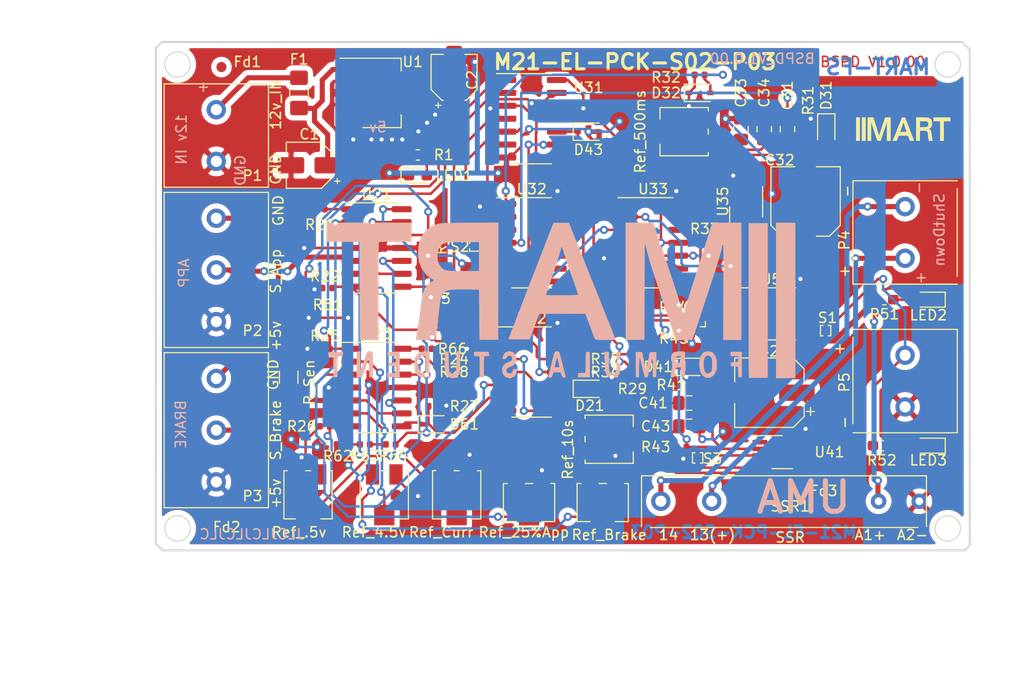
<source format=kicad_pcb>
(kicad_pcb (version 20171130) (host pcbnew "(5.1.8)-1")
  (layers (0 F.Cu signal) (31 B.Cu signal hide) (34 B.Paste user hide) (35 F.Paste user hide) (36 B.SilkS user) (37 F.SilkS user) (38 B.Mask user hide) (39 F.Mask user hide) (44 Edge.Cuts user))
  (net 0 "")
  (net 1 +12V)
  (net 2 GND)
  (net 3 +5V)
  (net 4 "Net-(C31-Pad2)")
  (net 5 "Net-(C31-Pad1)")
  (net 6 "Net-(C32-Pad1)")
  (net 7 "Net-(C33-Pad1)")
  (net 8 "Net-(C34-Pad2)")
  (net 9 555_Out)
  (net 10 "Net-(C41-Pad1)")
  (net 11 "Net-(C41-Pad2)")
  (net 12 "Net-(C42-Pad1)")
  (net 13 "Net-(C43-Pad1)")
  (net 14 "Net-(D21-Pad1)")
  (net 15 SC)
  (net 16 "Net-(D43-Pad1)")
  (net 17 "Net-(D61-Pad2)")
  (net 18 "Net-(D61-Pad1)")
  (net 19 "Net-(F1-Pad2)")
  (net 20 "Net-(LED1-Pad2)")
  (net 21 "Net-(LED2-Pad2)")
  (net 22 "Net-(LED3-Pad2)")
  (net 23 "Net-(P2-Pad2)")
  (net 24 "Net-(P2-Pad3)")
  (net 25 "Net-(P3-Pad2)")
  (net 26 "Net-(P4-Pad1)")
  (net 27 "Net-(P4-Pad2)")
  (net 28 "Net-(P5-Pad1)")
  (net 29 "Net-(Q1-Pad2)")
  (net 30 Reset)
  (net 31 V-Trig)
  (net 32 "Net-(R22-Pad2)")
  (net 33 "Net-(R23-Pad2)")
  (net 34 "Net-(R24-Pad2)")
  (net 35 V-Trig2)
  (net 36 "Net-(R26-Pad2)")
  (net 37 "Net-(R28-Pad2)")
  (net 38 /BSPD_Out)
  (net 39 "Net-(R34-Pad2)")
  (net 40 "Net-(R35-Pad2)")
  (net 41 "Net-(R36-Pad1)")
  (net 42 "Net-(R37-Pad2)")
  (net 43 "Net-(R43-Pad2)")
  (net 44 Autoreset_en)
  (net 45 "Net-(R51-Pad2)")
  (net 46 "Net-(R61-Pad1)")
  (net 47 "Net-(R62-Pad1)")
  (net 48 "Net-(R63-Pad1)")
  (net 49 C_Sens)
  (net 50 REF4.5V)
  (net 51 REF0.5V)
  (net 52 "Net-(R_POT_23-Pad2)")
  (net 53 "Net-(R_POT_24-Pad2)")
  (net 54 "Net-(R_POT_25-Pad2)")
  (net 55 "Net-(R_POT_32-Pad3)")
  (net 56 "Net-(R_POT_42-Pad3)")
  (net 57 Trigg)
  (net 58 "Net-(U31-Pad12)")
  (net 59 "Net-(U33-Pad1)")
  (module Fiducial:Fiducial_1mm_Mask2mm (layer F.Cu) (at 153.67 72.136)
    (fp_text reference Fd3 (at -2.032 -1.016) (layer F.SilkS))
    (fp_text value Fiducial_1mm_Mask2mm)
    (pad "" smd circle (at 0 0) (size 1 1) (layers F.Cu F.Mask) (clearance 0.5))
  )
  (module Fiducial:Fiducial_1mm_Mask2mm (layer F.Cu) (at 92.456 29.464)
    (fp_text reference Fd1 (at 2.54 -0.508) (layer F.SilkS))
    (fp_text value Fiducial_1mm_Mask2mm)
    (pad "" smd circle (at 0 0) (size 1 1) (layers F.Cu F.Mask) (clearance 0.5))
  )
  (module Fiducial:Fiducial_1mm_Mask2mm (layer F.Cu) (at 95.504 74.676)
    (fp_text reference Fd2 (at -2.54 0) (layer F.SilkS))
    (fp_text value Fiducial_1mm_Mask2mm)
    (pad "" smd circle (at 0 0) (size 1 1) (layers F.Cu F.Mask) (clearance 0.5))
  )
  (module BSPD:Logo_BIG_Fliped (layer F.Cu) (at 125.4125 53.34)
    (fp_text reference G*** hide)
    (fp_text value LOGO hide)
  )
  (module BSPD:Logo.kicad_10_10_mod (layer F.Cu) (at 159.5755 36.1315)
    (fp_text reference G*** hide)
    (fp_text value LOGO hide)
  )
  (module BSPD:Scope_Pad (layer F.Cu) (at 117.348 47.3075)
    (fp_text reference S2 (at -1.4605 -0.1905) (layer F.SilkS))
    (fp_text value Scope_Pad)
    (pad 1 smd roundrect (at 0 -0.254) (size 0.4 0.8) (layers F.Cu F.Paste F.Mask) (net 57 Trigg))
  )
  (module BSPD:Scope_Pad (layer F.Cu) (at 139.5095 67.8815 90)
    (fp_text reference S3 (at -0.0635 1.2065 180) (layer F.SilkS))
    (fp_text value Scope_Pad)
    (pad 1 smd roundrect (at 0 -0.254 90) (size 0.4 0.8) (layers F.Cu F.Paste F.Mask) (net 43 "Net-(R43-Pad2)"))
  )
  (module BSPD:Scope_Pad (layer F.Cu) (at 152.0825 55.372 90)
    (fp_text reference S1 (at 1.27 -0.0635 180) (layer F.SilkS))
    (fp_text value Scope_Pad)
    (pad 1 smd roundrect (at 0 -0.254 90) (size 0.4 0.8) (layers F.Cu F.Paste F.Mask) (net 45 "Net-(R51-Pad2)"))
  )
  (module Capacitor_SMD:CP_Elec_4x5.4 (layer F.Cu) (at 115.316 30.48 90)
    (fp_text reference C2 (at -0.254 1.778 90) (layer F.SilkS))
    (fp_text value 100n)
    (pad 2 smd roundrect (at 1.8 0 90) (size 2.6 1.6) (layers F.Cu F.Paste F.Mask) (roundrect_rratio 0.15625) (net 2 GND))
    (pad 1 smd roundrect (at -1.8 0 90) (size 2.6 1.6) (layers F.Cu F.Paste F.Mask) (roundrect_rratio 0.15625) (net 3 +5V))
  )
  (module Connector:Borna_2Pin_P5.08mm (layer F.Cu) (at 159.639 60.325 270)
    (fp_text reference P5 (at 0.127 5.969 90) (layer F.SilkS))
    (fp_text value SCS_Connector)
    (fp_text user + (at -3.175 6.477 90) (layer F.SilkS))
    (fp_text user - (at 4.064 5.969 90) (layer F.SilkS))
    (pad 1 thru_hole circle (at -2.54 0 270) (size 1.9 1.9) (drill 1.1) (layers *.Cu *.Mask) (net 28 "Net-(P5-Pad1)"))
    (pad 2 thru_hole circle (at 2.54 0 270) (size 1.9 1.9) (drill 1.1) (layers *.Cu *.Mask) (net 2 GND))
  )
  (module Connector:Borna_2Pin_P5.08mm (layer F.Cu) (at 159.639 45.72 90)
    (fp_text reference P4 (at -0.762 -5.969 90) (layer F.SilkS))
    (fp_text value BSPD_Connector)
    (fp_text user + (at -3.81 -5.969 90) (layer F.SilkS))
    (fp_text user - (at 4.064 -5.715 90) (layer F.SilkS))
    (pad 2 thru_hole circle (at 2.54 0 90) (size 1.9 1.9) (drill 1.1) (layers *.Cu *.Mask) (net 27 "Net-(P4-Pad2)"))
    (pad 1 thru_hole circle (at -2.54 0 90) (size 1.9 1.9) (drill 1.1) (layers *.Cu *.Mask) (net 26 "Net-(P4-Pad1)"))
  )
  (module Connector:Borna_2Pin_P5.08mm (layer F.Cu) (at 91.948 36.195 90)
    (fp_text reference P1 (at -3.937 3.556) (layer F.SilkS))
    (fp_text value 12V_IN)
    (fp_text user GND (at -3.302 5.842 90) (layer F.SilkS))
    (fp_text user 12v_IN (at 3.048 5.842 90) (layer F.SilkS))
    (pad 2 thru_hole circle (at 2.54 0 90) (size 1.9 1.9) (drill 1.1) (layers *.Cu *.Mask) (net 19 "Net-(F1-Pad2)"))
    (pad 1 thru_hole circle (at -2.54 0 90) (size 1.9 1.9) (drill 1.1) (layers *.Cu *.Mask) (net 2 GND))
  )
  (module Connector:Borna_3Pin_P5.08mm (layer F.Cu) (at 91.948 49.403 90)
    (fp_text reference P2 (at -5.969 3.556 180) (layer F.SilkS))
    (fp_text value App)
    (fp_text user +5v (at -6.477 5.842 90) (layer F.SilkS))
    (fp_text user S_App (at -0.127 5.842 90) (layer F.SilkS))
    (fp_text user GND (at 5.842 6.096 90) (layer F.SilkS))
    (pad 1 thru_hole circle (at -5.08 0 90) (size 1.9 1.9) (drill 1.1) (layers *.Cu *.Mask) (net 3 +5V))
    (pad 2 thru_hole circle (at 0 0 90) (size 1.9 1.9) (drill 1.1) (layers *.Cu *.Mask) (net 23 "Net-(P2-Pad2)"))
    (pad 3 thru_hole circle (at 5.08 0 90) (size 1.9 1.9) (drill 1.1) (layers *.Cu *.Mask) (net 24 "Net-(P2-Pad3)"))
  )
  (module Connector:Borna_3Pin_P5.08mm (layer F.Cu) (at 91.948 65.151 90)
    (fp_text reference P3 (at -6.477 3.556 180) (layer F.SilkS))
    (fp_text value Brake)
    (fp_text user +5v (at -6.223 5.842 90) (layer F.SilkS))
    (fp_text user S_Brake (at 0 5.842 90) (layer F.SilkS))
    (fp_text user GND (at 5.461 5.588 90) (layer F.SilkS))
    (pad 3 thru_hole circle (at 5.08 0 90) (size 1.9 1.9) (drill 1.1) (layers *.Cu *.Mask) (net 24 "Net-(P2-Pad3)"))
    (pad 2 thru_hole circle (at 0 0 90) (size 1.9 1.9) (drill 1.1) (layers *.Cu *.Mask) (net 25 "Net-(P3-Pad2)"))
    (pad 1 thru_hole circle (at -5.08 0 90) (size 1.9 1.9) (drill 1.1) (layers *.Cu *.Mask) (net 3 +5V))
  )
  (module BSPD:Cn48D05 (layer F.Cu) (at 148.336 72.136)
    (fp_text reference SSR1 (at 0 0.5) (layer F.SilkS))
    (fp_text value Cn048D05)
    (fp_text user SSR (at 0.0127 3.556) (layer F.SilkS))
    (fp_text user 14 (at -11.938 3.302) (layer F.SilkS))
    (fp_text user "13(+)" (at -7.62 3.302) (layer F.SilkS))
    (fp_text user A1+ (at 7.874 3.302) (layer F.SilkS))
    (fp_text user A2- (at 12.0269 3.302) (layer F.SilkS))
    (pad 3 thru_hole circle (at -12.7 0) (size 1.9 1.9) (drill 1.1) (layers *.Cu *.Mask) (net 27 "Net-(P4-Pad2)"))
    (pad 4 thru_hole circle (at -7.7 0) (size 1.9 1.9) (drill 1.1) (layers *.Cu *.Mask) (net 26 "Net-(P4-Pad1)"))
    (pad 1 thru_hole circle (at 8.7 0) (size 1.524 1.524) (drill 0.762) (layers *.Cu *.Mask) (net 45 "Net-(R51-Pad2)"))
    (pad 2 thru_hole circle (at 12.7 0) (size 1.524 1.524) (drill 0.762) (layers *.Cu *.Mask) (net 2 GND))
  )
  (module Package_DFN_QFN:Diodes_DFN1006-3 (layer F.Cu) (at 139.319 54.483 180)
    (fp_text reference Q1 (at 1.905 -0.127) (layer F.SilkS))
    (fp_text value PN2222A)
    (pad 1 smd rect (at -0.35 -0.225 90) (size 0.25 0.4) (layers F.Cu F.Paste F.Mask) (net 30 Reset))
    (pad 2 smd rect (at -0.35 0.225 90) (size 0.25 0.4) (layers F.Cu F.Paste F.Mask) (net 29 "Net-(Q1-Pad2)"))
    (pad 3 smd rect (at 0.35 0 90) (size 0.7 0.4) (layers F.Cu F.Paste F.Mask) (net 16 "Net-(D43-Pad1)"))
  )
  (module Capacitor_SMD:CP_Elec_4x5.4 (layer F.Cu) (at 101.092 39.116 180)
    (fp_text reference C1 (at 0 3.048) (layer F.SilkS))
    (fp_text value 1u)
    (pad 1 smd roundrect (at -1.8 0 180) (size 2.6 1.6) (layers F.Cu F.Paste F.Mask) (roundrect_rratio 0.15625) (net 1 +12V))
    (pad 2 smd roundrect (at 1.8 0 180) (size 2.6 1.6) (layers F.Cu F.Paste F.Mask) (roundrect_rratio 0.15625) (net 2 GND))
  )
  (module Capacitor_SMD:C_0805_2012Metric_Pad1.15x1.40mm_HandSolder (layer F.Cu) (at 148.082 35.56 90)
    (fp_text reference C31 (at 3.302 0 90) (layer F.SilkS))
    (fp_text value 100n)
    (pad 2 smd roundrect (at 1.025 0 90) (size 1.15 1.4) (layers F.Cu F.Paste F.Mask) (roundrect_rratio 0.2173904347826087) (net 4 "Net-(C31-Pad2)"))
    (pad 1 smd roundrect (at -1.025 0 90) (size 1.15 1.4) (layers F.Cu F.Paste F.Mask) (roundrect_rratio 0.2173904347826087) (net 5 "Net-(C31-Pad1)"))
  )
  (module Capacitor_SMD:CP_Elec_6.3x7.7 (layer F.Cu) (at 149.86 42.672 90)
    (fp_text reference C32 (at 4.064 -2.54 180) (layer F.SilkS))
    (fp_text value 10u)
    (pad 2 smd roundrect (at 2.7 0 90) (size 3.5 1.6) (layers F.Cu F.Paste F.Mask) (roundrect_rratio 0.15625) (net 2 GND))
    (pad 1 smd roundrect (at -2.7 0 90) (size 3.5 1.6) (layers F.Cu F.Paste F.Mask) (roundrect_rratio 0.15625) (net 6 "Net-(C32-Pad1)"))
  )
  (module Capacitor_SMD:C_0805_2012Metric_Pad1.15x1.40mm_HandSolder (layer F.Cu) (at 143.51 35.56 90)
    (fp_text reference C33 (at 3.556 0 90) (layer F.SilkS))
    (fp_text value 100n)
    (pad 1 smd roundrect (at -1.025 0 90) (size 1.15 1.4) (layers F.Cu F.Paste F.Mask) (roundrect_rratio 0.2173904347826087) (net 7 "Net-(C33-Pad1)"))
    (pad 2 smd roundrect (at 1.025 0 90) (size 1.15 1.4) (layers F.Cu F.Paste F.Mask) (roundrect_rratio 0.2173904347826087) (net 2 GND))
  )
  (module Capacitor_SMD:C_0805_2012Metric_Pad1.15x1.40mm_HandSolder (layer F.Cu) (at 145.796 35.56 270)
    (fp_text reference C34 (at -3.556 0 90) (layer F.SilkS))
    (fp_text value 100n)
    (pad 2 smd roundrect (at 1.025 0 270) (size 1.15 1.4) (layers F.Cu F.Paste F.Mask) (roundrect_rratio 0.2173904347826087) (net 8 "Net-(C34-Pad2)"))
    (pad 1 smd roundrect (at -1.025 0 270) (size 1.15 1.4) (layers F.Cu F.Paste F.Mask) (roundrect_rratio 0.2173904347826087) (net 9 555_Out))
  )
  (module Capacitor_SMD:C_0805_2012Metric_Pad1.15x1.40mm_HandSolder (layer F.Cu) (at 138.43 62.484 180)
    (fp_text reference C41 (at 3.556 0) (layer F.SilkS))
    (fp_text value 100n)
    (pad 1 smd roundrect (at -1.025 0 180) (size 1.15 1.4) (layers F.Cu F.Paste F.Mask) (roundrect_rratio 0.2173904347826087) (net 10 "Net-(C41-Pad1)"))
    (pad 2 smd roundrect (at 1.025 0 180) (size 1.15 1.4) (layers F.Cu F.Paste F.Mask) (roundrect_rratio 0.2173904347826087) (net 11 "Net-(C41-Pad2)"))
  )
  (module Capacitor_SMD:CP_Elec_6.3x7.7 (layer F.Cu) (at 146.304 61.468 180)
    (fp_text reference C42 (at 0.508 4.064) (layer F.SilkS))
    (fp_text value 220u)
    (pad 1 smd roundrect (at -2.7 0 180) (size 3.5 1.6) (layers F.Cu F.Paste F.Mask) (roundrect_rratio 0.15625) (net 12 "Net-(C42-Pad1)"))
    (pad 2 smd roundrect (at 2.7 0 180) (size 3.5 1.6) (layers F.Cu F.Paste F.Mask) (roundrect_rratio 0.15625) (net 2 GND))
  )
  (module Capacitor_SMD:C_0805_2012Metric_Pad1.15x1.40mm_HandSolder (layer F.Cu) (at 138.43 64.77)
    (fp_text reference C43 (at -3.302 0) (layer F.SilkS))
    (fp_text value 100n)
    (pad 2 smd roundrect (at 1.025 0) (size 1.15 1.4) (layers F.Cu F.Paste F.Mask) (roundrect_rratio 0.2173904347826087) (net 2 GND))
    (pad 1 smd roundrect (at -1.025 0) (size 1.15 1.4) (layers F.Cu F.Paste F.Mask) (roundrect_rratio 0.2173904347826087) (net 13 "Net-(C43-Pad1)"))
  )
  (module Diode_SMD:D_SOD-323 (layer F.Cu) (at 128.524 61.087)
    (fp_text reference D21 (at 0.127 1.651) (layer F.SilkS))
    (fp_text value MMDL914)
    (pad 1 smd rect (at -1.05 0) (size 0.6 0.45) (layers F.Cu F.Paste F.Mask) (net 14 "Net-(D21-Pad1)"))
    (pad 2 smd rect (at 1.05 0) (size 0.6 0.45) (layers F.Cu F.Paste F.Mask) (net 15 SC))
  )
  (module Diode_SMD:D_SOD-323 (layer F.Cu) (at 151.892 35.56 270)
    (fp_text reference D31 (at -3.302 0 90) (layer F.SilkS))
    (fp_text value MMDL914)
    (pad 2 smd rect (at 1.05 0 270) (size 0.6 0.45) (layers F.Cu F.Paste F.Mask) (net 5 "Net-(C31-Pad1)"))
    (pad 1 smd rect (at -1.05 0 270) (size 0.6 0.45) (layers F.Cu F.Paste F.Mask) (net 3 +5V))
  )
  (module Diode_SMD:D_SOD-323 (layer F.Cu) (at 139.446 32.004)
    (fp_text reference D32 (at -3.302 0) (layer F.SilkS))
    (fp_text value MMDL914)
    (pad 2 smd rect (at 1.05 0) (size 0.6 0.45) (layers F.Cu F.Paste F.Mask) (net 9 555_Out))
    (pad 1 smd rect (at -1.05 0) (size 0.6 0.45) (layers F.Cu F.Paste F.Mask) (net 3 +5V))
  )
  (module Diode_SMD:D_SOD-323 (layer F.Cu) (at 138.43 58.928)
    (fp_text reference D41 (at -3.048 0) (layer F.SilkS))
    (fp_text value MMDL914)
    (pad 1 smd rect (at -1.05 0) (size 0.6 0.45) (layers F.Cu F.Paste F.Mask) (net 3 +5V))
    (pad 2 smd rect (at 1.05 0) (size 0.6 0.45) (layers F.Cu F.Paste F.Mask) (net 10 "Net-(C41-Pad1)"))
  )
  (module Diode_SMD:D_SOD-323 (layer F.Cu) (at 128.524 35.814)
    (fp_text reference D43 (at 0 1.778) (layer F.SilkS))
    (fp_text value MMDL914)
    (pad 1 smd rect (at -1.05 0) (size 0.6 0.45) (layers F.Cu F.Paste F.Mask) (net 16 "Net-(D43-Pad1)"))
    (pad 2 smd rect (at 1.05 0) (size 0.6 0.45) (layers F.Cu F.Paste F.Mask) (net 2 GND))
  )
  (module Diode_SMD:D_SOD-323 (layer F.Cu) (at 113.284 64.5795)
    (fp_text reference D61 (at 3.048 0) (layer F.SilkS))
    (fp_text value MMDL914)
    (pad 2 smd rect (at 1.05 0) (size 0.6 0.45) (layers F.Cu F.Paste F.Mask) (net 17 "Net-(D61-Pad2)"))
    (pad 1 smd rect (at -1.05 0) (size 0.6 0.45) (layers F.Cu F.Paste F.Mask) (net 18 "Net-(D61-Pad1)"))
  )
  (module Fuse:Fuse_1206_3216Metric_Pad1.42x1.75mm_HandSolder (layer F.Cu) (at 100.076 32.004 90)
    (fp_text reference F1 (at 3.302 0 180) (layer F.SilkS))
    (fp_text value Fuse)
    (pad 1 smd roundrect (at -1.4875 0 90) (size 1.425 1.75) (layers F.Cu F.Paste F.Mask) (roundrect_rratio 0.1754385964912281) (net 1 +12V))
    (pad 2 smd roundrect (at 1.4875 0 90) (size 1.425 1.75) (layers F.Cu F.Paste F.Mask) (roundrect_rratio 0.1754385964912281) (net 19 "Net-(F1-Pad2)"))
  )
  (module LED_SMD:LED_0603_1608Metric_Pad1.05x0.95mm_HandSolder (layer F.Cu) (at 111.76 40.132)
    (fp_text reference LED1 (at 3.556 0) (layer F.SilkS))
    (fp_text value G_On)
    (pad 1 smd roundrect (at -0.875 0) (size 1.05 0.95) (layers F.Cu F.Paste F.Mask) (net 2 GND))
    (pad 2 smd roundrect (at 0.875 0) (size 1.05 0.95) (layers F.Cu F.Paste F.Mask) (net 20 "Net-(LED1-Pad2)"))
  )
  (module LED_SMD:LED_0603_1608Metric_Pad1.05x0.95mm_HandSolder (layer F.Cu) (at 161.925 52.324 180)
    (fp_text reference LED2 (at 0 -1.524) (layer F.SilkS))
    (fp_text value G_BSPD)
    (pad 2 smd roundrect (at 0.875 0 180) (size 1.05 0.95) (layers F.Cu F.Paste F.Mask) (net 21 "Net-(LED2-Pad2)"))
    (pad 1 smd roundrect (at -0.875 0 180) (size 1.05 0.95) (layers F.Cu F.Paste F.Mask) (net 2 GND))
  )
  (module LED_SMD:LED_0603_1608Metric_Pad1.05x0.95mm_HandSolder (layer F.Cu) (at 161.925 66.675 180)
    (fp_text reference LED3 (at 0 -1.43) (layer F.SilkS))
    (fp_text value SCS)
    (pad 1 smd roundrect (at -0.875 0 180) (size 1.05 0.95) (layers F.Cu F.Paste F.Mask) (net 2 GND))
    (pad 2 smd roundrect (at 0.875 0 180) (size 1.05 0.95) (layers F.Cu F.Paste F.Mask) (net 22 "Net-(LED3-Pad2)"))
  )
  (module Resistor_SMD:R_0603_1608Metric_Pad1.05x0.95mm_HandSolder (layer F.Cu) (at 111.76 38.1 180)
    (fp_text reference R1 (at -2.54 0) (layer F.SilkS))
    (fp_text value 200)
    (pad 1 smd roundrect (at -0.875 0 180) (size 1.05 0.95) (layers F.Cu F.Paste F.Mask) (net 20 "Net-(LED1-Pad2)"))
    (pad 2 smd roundrect (at 0.875 0 180) (size 1.05 0.95) (layers F.Cu F.Paste F.Mask) (net 3 +5V))
  )
  (module Resistor_SMD:R_0402_1005Metric (layer F.Cu) (at 102.108 43.434)
    (fp_text reference R21 (at 0 1.524) (layer F.SilkS))
    (fp_text value 150k)
    (pad 1 smd roundrect (at -0.485 0) (size 0.59 0.64) (layers F.Cu F.Paste F.Mask) (net 3 +5V))
    (pad 2 smd roundrect (at 0.485 0) (size 0.59 0.64) (layers F.Cu F.Paste F.Mask) (net 31 V-Trig))
  )
  (module Resistor_SMD:R_0402_1005Metric (layer F.Cu) (at 102.87 51.181)
    (fp_text reference R22 (at -0.254 -1.143) (layer F.SilkS))
    (fp_text value 150k)
    (pad 2 smd roundrect (at 0.485 0) (size 0.59 0.64) (layers F.Cu F.Paste F.Mask) (net 32 "Net-(R22-Pad2)"))
    (pad 1 smd roundrect (at -0.485 0) (size 0.59 0.64) (layers F.Cu F.Paste F.Mask) (net 3 +5V))
  )
  (module Resistor_SMD:R_0402_1005Metric (layer F.Cu) (at 113.538 51.054 180)
    (fp_text reference R23 (at 0 -1.17) (layer F.SilkS))
    (fp_text value 150k)
    (pad 1 smd roundrect (at -0.485 0 180) (size 0.59 0.64) (layers F.Cu F.Paste F.Mask) (net 3 +5V))
    (pad 2 smd roundrect (at 0.485 0 180) (size 0.59 0.64) (layers F.Cu F.Paste F.Mask) (net 33 "Net-(R23-Pad2)"))
  )
  (module Resistor_SMD:R_0402_1005Metric (layer F.Cu) (at 117.856 58.166)
    (fp_text reference R24 (at -2.54 0) (layer F.SilkS))
    (fp_text value 150k)
    (pad 1 smd roundrect (at -0.485 0) (size 0.59 0.64) (layers F.Cu F.Paste F.Mask) (net 3 +5V))
    (pad 2 smd roundrect (at 0.485 0) (size 0.59 0.64) (layers F.Cu F.Paste F.Mask) (net 34 "Net-(R24-Pad2)"))
  )
  (module Resistor_SMD:R_0402_1005Metric (layer F.Cu) (at 102.616 57.15)
    (fp_text reference R25 (at 0 -1.27) (layer F.SilkS))
    (fp_text value 150k)
    (pad 1 smd roundrect (at -0.485 0) (size 0.59 0.64) (layers F.Cu F.Paste F.Mask) (net 3 +5V))
    (pad 2 smd roundrect (at 0.485 0) (size 0.59 0.64) (layers F.Cu F.Paste F.Mask) (net 35 V-Trig2))
  )
  (module Resistor_SMD:R_0402_1005Metric (layer F.Cu) (at 102.616 64.77)
    (fp_text reference R26 (at -2.286 0) (layer F.SilkS))
    (fp_text value 150k)
    (pad 2 smd roundrect (at 0.485 0) (size 0.59 0.64) (layers F.Cu F.Paste F.Mask) (net 36 "Net-(R26-Pad2)"))
    (pad 1 smd roundrect (at -0.485 0) (size 0.59 0.64) (layers F.Cu F.Paste F.Mask) (net 3 +5V))
  )
  (module Resistor_SMD:R_0402_1005Metric (layer F.Cu) (at 113.284 62.8015 180)
    (fp_text reference R27 (at -3.048 0) (layer F.SilkS))
    (fp_text value 150k)
    (pad 1 smd roundrect (at -0.485 0 180) (size 0.59 0.64) (layers F.Cu F.Paste F.Mask) (net 3 +5V))
    (pad 2 smd roundrect (at 0.485 0 180) (size 0.59 0.64) (layers F.Cu F.Paste F.Mask) (net 18 "Net-(D61-Pad1)"))
  )
  (module Resistor_SMD:R_0402_1005Metric (layer F.Cu) (at 117.856 59.436)
    (fp_text reference R28 (at -2.54 0) (layer F.SilkS))
    (fp_text value 150k)
    (pad 2 smd roundrect (at 0.485 0) (size 0.59 0.64) (layers F.Cu F.Paste F.Mask) (net 37 "Net-(R28-Pad2)"))
    (pad 1 smd roundrect (at -0.485 0) (size 0.59 0.64) (layers F.Cu F.Paste F.Mask) (net 3 +5V))
  )
  (module Resistor_SMD:R_0402_1005Metric (layer F.Cu) (at 130.937 61.087 270)
    (fp_text reference R29 (at 0 -1.905 180) (layer F.SilkS))
    (fp_text value 150k)
    (pad 2 smd roundrect (at 0.485 0 270) (size 0.59 0.64) (layers F.Cu F.Paste F.Mask) (net 15 SC))
    (pad 1 smd roundrect (at -0.485 0 270) (size 0.59 0.64) (layers F.Cu F.Paste F.Mask) (net 3 +5V))
  )
  (module Resistor_SMD:R_0402_1005Metric (layer F.Cu) (at 150.114 36.068 270)
    (fp_text reference R31 (at -3.302 0 90) (layer F.SilkS))
    (fp_text value 150k)
    (pad 2 smd roundrect (at 0.485 0 270) (size 0.59 0.64) (layers F.Cu F.Paste F.Mask) (net 5 "Net-(C31-Pad1)"))
    (pad 1 smd roundrect (at -0.485 0 270) (size 0.59 0.64) (layers F.Cu F.Paste F.Mask) (net 3 +5V))
  )
  (module Resistor_SMD:R_0402_1005Metric (layer F.Cu) (at 139.446 30.226)
    (fp_text reference R32 (at -3.302 0.254) (layer F.SilkS))
    (fp_text value 150k)
    (pad 1 smd roundrect (at -0.485 0) (size 0.59 0.64) (layers F.Cu F.Paste F.Mask) (net 3 +5V))
    (pad 2 smd roundrect (at 0.485 0) (size 0.59 0.64) (layers F.Cu F.Paste F.Mask) (net 9 555_Out))
  )
  (module Resistor_SMD:R_0402_1005Metric (layer F.Cu) (at 142.621 54.991 90)
    (fp_text reference R33 (at 2.286 -0.127 90) (layer F.SilkS))
    (fp_text value 150k)
    (pad 1 smd roundrect (at -0.485 0 90) (size 0.59 0.64) (layers F.Cu F.Paste F.Mask) (net 2 GND))
    (pad 2 smd roundrect (at 0.485 0 90) (size 0.59 0.64) (layers F.Cu F.Paste F.Mask) (net 38 /BSPD_Out))
  )
  (module Resistor_SMD:R_0402_1005Metric (layer F.Cu) (at 127.889 59.436 180)
    (fp_text reference R34 (at -2.286 0) (layer F.SilkS))
    (fp_text value 150k)
    (pad 1 smd roundrect (at -0.485 0 180) (size 0.59 0.64) (layers F.Cu F.Paste F.Mask) (net 3 +5V))
    (pad 2 smd roundrect (at 0.485 0 180) (size 0.59 0.64) (layers F.Cu F.Paste F.Mask) (net 39 "Net-(R34-Pad2)"))
  )
  (module Resistor_SMD:R_0402_1005Metric (layer F.Cu) (at 127.889 58.166 180)
    (fp_text reference R35 (at -2.286 0) (layer F.SilkS))
    (fp_text value 150k)
    (pad 2 smd roundrect (at 0.485 0 180) (size 0.59 0.64) (layers F.Cu F.Paste F.Mask) (net 40 "Net-(R35-Pad2)"))
    (pad 1 smd roundrect (at -0.485 0 180) (size 0.59 0.64) (layers F.Cu F.Paste F.Mask) (net 3 +5V))
  )
  (module Resistor_SMD:R_0402_1005Metric (layer F.Cu) (at 118.11 44.196 180)
    (fp_text reference R36 (at 0.254 -1.27) (layer F.SilkS))
    (fp_text value 150k)
    (pad 2 smd roundrect (at 0.485 0 180) (size 0.59 0.64) (layers F.Cu F.Paste F.Mask) (net 3 +5V))
    (pad 1 smd roundrect (at -0.485 0 180) (size 0.59 0.64) (layers F.Cu F.Paste F.Mask) (net 41 "Net-(R36-Pad1)"))
  )
  (module Resistor_SMD:R_0402_1005Metric (layer F.Cu) (at 139.954 44.196 180)
    (fp_text reference R37 (at 0 -1.17) (layer F.SilkS))
    (fp_text value 150k)
    (pad 2 smd roundrect (at 0.485 0 180) (size 0.59 0.64) (layers F.Cu F.Paste F.Mask) (net 42 "Net-(R37-Pad2)"))
    (pad 1 smd roundrect (at -0.485 0 180) (size 0.59 0.64) (layers F.Cu F.Paste F.Mask) (net 2 GND))
  )
  (module Resistor_SMD:R_0402_1005Metric (layer F.Cu) (at 138.938 60.706)
    (fp_text reference R41 (at -2.286 0) (layer F.SilkS))
    (fp_text value 150k)
    (pad 1 smd roundrect (at -0.485 0) (size 0.59 0.64) (layers F.Cu F.Paste F.Mask) (net 3 +5V))
    (pad 2 smd roundrect (at 0.485 0) (size 0.59 0.64) (layers F.Cu F.Paste F.Mask) (net 10 "Net-(C41-Pad1)"))
  )
  (module Resistor_SMD:R_0402_1005Metric (layer F.Cu) (at 137.668 66.802)
    (fp_text reference R43 (at -2.54 0) (layer F.SilkS))
    (fp_text value 150k)
    (pad 1 smd roundrect (at -0.485 0) (size 0.59 0.64) (layers F.Cu F.Paste F.Mask) (net 3 +5V))
    (pad 2 smd roundrect (at 0.485 0) (size 0.59 0.64) (layers F.Cu F.Paste F.Mask) (net 43 "Net-(R43-Pad2)"))
  )
  (module Resistor_SMD:R_0402_1005Metric (layer F.Cu) (at 139.192 53.213 180)
    (fp_text reference R44 (at 2.286 0.127) (layer F.SilkS))
    (fp_text value 150k)
    (pad 2 smd roundrect (at 0.485 0 180) (size 0.59 0.64) (layers F.Cu F.Paste F.Mask) (net 44 Autoreset_en))
    (pad 1 smd roundrect (at -0.485 0 180) (size 0.59 0.64) (layers F.Cu F.Paste F.Mask) (net 29 "Net-(Q1-Pad2)"))
  )
  (module Resistor_SMD:R_0402_1005Metric (layer F.Cu) (at 139.192 55.753 180)
    (fp_text reference R45 (at 2.286 -0.381) (layer F.SilkS))
    (fp_text value 2k2)
    (pad 2 smd roundrect (at 0.485 0 180) (size 0.59 0.64) (layers F.Cu F.Paste F.Mask) (net 2 GND))
    (pad 1 smd roundrect (at -0.485 0 180) (size 0.59 0.64) (layers F.Cu F.Paste F.Mask) (net 30 Reset))
  )
  (module Resistor_SMD:R_0603_1608Metric_Pad1.05x0.95mm_HandSolder (layer F.Cu) (at 157.607 52.324 180)
    (fp_text reference R51 (at 0 -1.43) (layer F.SilkS))
    (fp_text value 330)
    (pad 1 smd roundrect (at -0.875 0 180) (size 1.05 0.95) (layers F.Cu F.Paste F.Mask) (net 21 "Net-(LED2-Pad2)"))
    (pad 2 smd roundrect (at 0.875 0 180) (size 1.05 0.95) (layers F.Cu F.Paste F.Mask) (net 45 "Net-(R51-Pad2)"))
  )
  (module Resistor_SMD:R_0603_1608Metric_Pad1.05x0.95mm_HandSolder (layer F.Cu) (at 157.353 66.675 180)
    (fp_text reference R52 (at 0 -1.43) (layer F.SilkS))
    (fp_text value 200)
    (pad 2 smd roundrect (at 0.875 0 180) (size 1.05 0.95) (layers F.Cu F.Paste F.Mask) (net 28 "Net-(P5-Pad1)"))
    (pad 1 smd roundrect (at -0.875 0 180) (size 1.05 0.95) (layers F.Cu F.Paste F.Mask) (net 22 "Net-(LED3-Pad2)"))
  )
  (module Resistor_SMD:R_0402_1005Metric (layer F.Cu) (at 100.584 52.832 180)
    (fp_text reference R61 (at -2.286 0) (layer F.SilkS))
    (fp_text value 2k2)
    (pad 2 smd roundrect (at 0.485 0 180) (size 0.59 0.64) (layers F.Cu F.Paste F.Mask) (net 24 "Net-(P2-Pad3)"))
    (pad 1 smd roundrect (at -0.485 0 180) (size 0.59 0.64) (layers F.Cu F.Paste F.Mask) (net 46 "Net-(R61-Pad1)"))
  )
  (module Resistor_SMD:R_0402_1005Metric (layer F.Cu) (at 104.267 66.548 180)
    (fp_text reference R62 (at 0.381 -1.143) (layer F.SilkS))
    (fp_text value 2k2)
    (pad 1 smd roundrect (at -0.485 0 180) (size 0.59 0.64) (layers F.Cu F.Paste F.Mask) (net 47 "Net-(R62-Pad1)"))
    (pad 2 smd roundrect (at 0.485 0 180) (size 0.59 0.64) (layers F.Cu F.Paste F.Mask) (net 2 GND))
  )
  (module Resistor_SMD:R_0402_1005Metric (layer F.Cu) (at 106.553 66.548 180)
    (fp_text reference R63 (at 0 -1.143) (layer F.SilkS))
    (fp_text value 20k)
    (pad 2 smd roundrect (at 0.485 0 180) (size 0.59 0.64) (layers F.Cu F.Paste F.Mask) (net 47 "Net-(R62-Pad1)"))
    (pad 1 smd roundrect (at -0.485 0 180) (size 0.59 0.64) (layers F.Cu F.Paste F.Mask) (net 48 "Net-(R63-Pad1)"))
  )
  (module Resistor_SMD:R_0402_1005Metric (layer F.Cu) (at 109.093 66.548 180)
    (fp_text reference R64 (at -0.254 -1.143) (layer F.SilkS))
    (fp_text value 0)
    (pad 2 smd roundrect (at 0.485 0 180) (size 0.59 0.64) (layers F.Cu F.Paste F.Mask) (net 48 "Net-(R63-Pad1)"))
    (pad 1 smd roundrect (at -0.485 0 180) (size 0.59 0.64) (layers F.Cu F.Paste F.Mask) (net 49 C_Sens))
  )
  (module Resistor_SMD:R_0402_1005Metric (layer F.Cu) (at 112.776 46.482 90)
    (fp_text reference R65 (at 0 1.27 90) (layer F.SilkS))
    (fp_text value 150k)
    (pad 1 smd roundrect (at -0.485 0 90) (size 0.59 0.64) (layers F.Cu F.Paste F.Mask) (net 2 GND))
    (pad 2 smd roundrect (at 0.485 0 90) (size 0.59 0.64) (layers F.Cu F.Paste F.Mask) (net 46 "Net-(R61-Pad1)"))
  )
  (module Resistor_SMD:R_0402_1005Metric (layer F.Cu) (at 112.626 57.15 180)
    (fp_text reference R66 (at -2.54 0) (layer F.SilkS))
    (fp_text value 150k)
    (pad 1 smd roundrect (at -0.485 0 180) (size 0.59 0.64) (layers F.Cu F.Paste F.Mask) (net 3 +5V))
    (pad 2 smd roundrect (at 0.485 0 180) (size 0.59 0.64) (layers F.Cu F.Paste F.Mask) (net 17 "Net-(D61-Pad2)"))
  )
  (module Potentiometer_SMD:Potentiometer_Bourns_3314J_Vertical (layer F.Cu) (at 108.458 71.501)
    (fp_text reference Ref_4.5v (at -1.016 3.683 180) (layer F.SilkS))
    (fp_text value REF4.5v)
    (pad 1 smd rect (at 1.15 -2) (size 1.3 2) (layers F.Cu F.Paste F.Mask) (net 3 +5V))
    (pad 2 smd rect (at 0 2) (size 2 2) (layers F.Cu F.Paste F.Mask) (net 50 REF4.5V))
    (pad 3 smd rect (at -1.15 -2) (size 1.3 2) (layers F.Cu F.Paste F.Mask) (net 2 GND))
  )
  (module Potentiometer_SMD:Potentiometer_Bourns_3314J_Vertical (layer F.Cu) (at 100.965 71.501)
    (fp_text reference Ref_.5v (at -0.889 3.683 180) (layer F.SilkS))
    (fp_text value REF0.5v)
    (pad 1 smd rect (at 1.15 -2) (size 1.3 2) (layers F.Cu F.Paste F.Mask) (net 3 +5V))
    (pad 2 smd rect (at 0 2) (size 2 2) (layers F.Cu F.Paste F.Mask) (net 51 REF0.5V))
    (pad 3 smd rect (at -1.15 -2) (size 1.3 2) (layers F.Cu F.Paste F.Mask) (net 2 GND))
  )
  (module Potentiometer_SMD:Potentiometer_Bourns_3224W_Vertical (layer F.Cu) (at 122.682 72.263)
    (fp_text reference Ref_25%App (at -0.508 2.921 180) (layer F.SilkS))
    (fp_text value REF25%App)
    (pad 3 smd rect (at -1.25 -1.45) (size 1.3 1.6) (layers F.Cu F.Paste F.Mask) (net 2 GND))
    (pad 2 smd rect (at 0 1.45) (size 2 1.6) (layers F.Cu F.Paste F.Mask) (net 52 "Net-(R_POT_23-Pad2)"))
    (pad 1 smd rect (at 1.25 -1.45) (size 1.3 1.6) (layers F.Cu F.Paste F.Mask) (net 3 +5V))
  )
  (module Potentiometer_SMD:Potentiometer_Bourns_3224W_Vertical (layer F.Cu) (at 129.921 72.263)
    (fp_text reference Ref_Brake (at 0.635 3.175 180) (layer F.SilkS))
    (fp_text value REF_brake)
    (pad 1 smd rect (at 1.25 -1.45) (size 1.3 1.6) (layers F.Cu F.Paste F.Mask) (net 3 +5V))
    (pad 2 smd rect (at 0 1.45) (size 2 1.6) (layers F.Cu F.Paste F.Mask) (net 53 "Net-(R_POT_24-Pad2)"))
    (pad 3 smd rect (at -1.25 -1.45) (size 1.3 1.6) (layers F.Cu F.Paste F.Mask) (net 2 GND))
  )
  (module Potentiometer_SMD:Potentiometer_Bourns_3314J_Vertical (layer F.Cu) (at 115.57 71.501)
    (fp_text reference Ref_Curr (at -1.524 3.683 180) (layer F.SilkS))
    (fp_text value REF_C)
    (pad 1 smd rect (at 1.15 -2) (size 1.3 2) (layers F.Cu F.Paste F.Mask) (net 3 +5V))
    (pad 2 smd rect (at 0 2) (size 2 2) (layers F.Cu F.Paste F.Mask) (net 54 "Net-(R_POT_25-Pad2)"))
    (pad 3 smd rect (at -1.15 -2) (size 1.3 2) (layers F.Cu F.Paste F.Mask) (net 2 GND))
  )
  (module Potentiometer_SMD:Potentiometer_Bourns_3314J_Vertical (layer F.Cu) (at 137.922 35.814 270)
    (fp_text reference Ref_500ms (at 0 4.318 90) (layer F.SilkS))
    (fp_text value 45k)
    (pad 3 smd rect (at -1.15 -2 270) (size 1.3 2) (layers F.Cu F.Paste F.Mask) (net 55 "Net-(R_POT_32-Pad3)"))
    (pad 2 smd rect (at 0 2 270) (size 2 2) (layers F.Cu F.Paste F.Mask) (net 6 "Net-(C32-Pad1)"))
    (pad 1 smd rect (at 1.15 -2 270) (size 1.3 2) (layers F.Cu F.Paste F.Mask) (net 3 +5V))
  )
  (module Potentiometer_SMD:Potentiometer_Bourns_3314J_Vertical (layer F.Cu) (at 130.556 66.04 90)
    (fp_text reference Ref_10s (at -1.016 -4.064 90) (layer F.SilkS))
    (fp_text value 45k)
    (pad 3 smd rect (at -1.15 -2 90) (size 1.3 2) (layers F.Cu F.Paste F.Mask) (net 56 "Net-(R_POT_42-Pad3)"))
    (pad 2 smd rect (at 0 2 90) (size 2 2) (layers F.Cu F.Paste F.Mask) (net 12 "Net-(C42-Pad1)"))
    (pad 1 smd rect (at 1.15 -2 90) (size 1.3 2) (layers F.Cu F.Paste F.Mask) (net 3 +5V))
  )
  (module Resistor_SMD:R_1206_3216Metric_Pad1.42x1.75mm_HandSolder (layer F.Cu) (at 99.06 59.944 90)
    (fp_text reference R_Sen (at -0.508 2.032 270) (layer F.SilkS))
    (fp_text value 0.5)
    (pad 1 smd roundrect (at -1.4875 0 90) (size 1.425 1.75) (layers F.Cu F.Paste F.Mask) (roundrect_rratio 0.1754385964912281) (net 2 GND))
    (pad 2 smd roundrect (at 1.4875 0 90) (size 1.425 1.75) (layers F.Cu F.Paste F.Mask) (roundrect_rratio 0.1754385964912281) (net 24 "Net-(P2-Pad3)"))
  )
  (module Package_TO_SOT_SMD:SOT-223 (layer F.Cu) (at 108.204 32.004)
    (fp_text reference U1 (at 3.048 -3.048) (layer F.SilkS))
    (fp_text value LM7805_TO220)
    (pad 4 smd rect (at 3.15 0) (size 2 3.8) (layers F.Cu F.Paste F.Mask) (thermal_gap 0.2))
    (pad 2 smd rect (at -3.15 0) (size 2 1.5) (layers F.Cu F.Paste F.Mask) (net 2 GND))
    (pad 3 smd rect (at -3.15 2.3) (size 2 1.5) (layers F.Cu F.Paste F.Mask) (net 3 +5V))
    (pad 1 smd rect (at -3.15 -2.3) (size 2 1.5) (layers F.Cu F.Paste F.Mask) (net 1 +12V))
  )
  (module Package_SO:SOIC-14_3.9x8.7mm_P1.27mm (layer F.Cu) (at 107.696 47.244)
    (fp_text reference U21 (at 0 -5.28) (layer F.SilkS))
    (fp_text value LM324)
    (pad 1 smd roundrect (at -2.475 -3.81) (size 1.95 0.6) (layers F.Cu F.Paste F.Mask) (net 31 V-Trig))
    (pad 2 smd roundrect (at -2.475 -2.54) (size 1.95 0.6) (layers F.Cu F.Paste F.Mask) (net 52 "Net-(R_POT_23-Pad2)"))
    (pad 3 smd roundrect (at -2.475 -1.27) (size 1.95 0.6) (layers F.Cu F.Paste F.Mask) (net 23 "Net-(P2-Pad2)"))
    (pad 4 smd roundrect (at -2.475 0) (size 1.95 0.6) (layers F.Cu F.Paste F.Mask) (net 3 +5V))
    (pad 5 smd roundrect (at -2.475 1.27) (size 1.95 0.6) (layers F.Cu F.Paste F.Mask) (net 23 "Net-(P2-Pad2)"))
    (pad 6 smd roundrect (at -2.475 2.54) (size 1.95 0.6) (layers F.Cu F.Paste F.Mask) (net 50 REF4.5V))
    (pad 7 smd roundrect (at -2.475 3.81) (size 1.95 0.6) (layers F.Cu F.Paste F.Mask) (net 32 "Net-(R22-Pad2)"))
    (pad 8 smd roundrect (at 2.475 3.81) (size 1.95 0.6) (layers F.Cu F.Paste F.Mask) (net 33 "Net-(R23-Pad2)"))
    (pad 9 smd roundrect (at 2.475 2.54) (size 1.95 0.6) (layers F.Cu F.Paste F.Mask) (net 23 "Net-(P2-Pad2)"))
    (pad 10 smd roundrect (at 2.475 1.27) (size 1.95 0.6) (layers F.Cu F.Paste F.Mask) (net 51 REF0.5V))
    (pad 11 smd roundrect (at 2.475 0) (size 1.95 0.6) (layers F.Cu F.Paste F.Mask) (net 2 GND))
    (pad 12 smd roundrect (at 2.475 -1.27) (size 1.95 0.6) (layers F.Cu F.Paste F.Mask) (net 46 "Net-(R61-Pad1)"))
    (pad 13 smd roundrect (at 2.475 -2.54) (size 1.95 0.6) (layers F.Cu F.Paste F.Mask) (net 47 "Net-(R62-Pad1)"))
    (pad 14 smd roundrect (at 2.475 -3.81) (size 1.95 0.6) (layers F.Cu F.Paste F.Mask) (net 49 C_Sens))
  )
  (module Package_SO:SOIC-14_3.9x8.7mm_P1.27mm (layer F.Cu) (at 122.936 59.436)
    (fp_text reference U22 (at 0 -5.28) (layer F.SilkS))
    (fp_text value 4071)
    (pad 1 smd roundrect (at -2.475 -3.81) (size 1.95 0.6) (layers F.Cu F.Paste F.Mask) (net 32 "Net-(R22-Pad2)"))
    (pad 2 smd roundrect (at -2.475 -2.54) (size 1.95 0.6) (layers F.Cu F.Paste F.Mask) (net 33 "Net-(R23-Pad2)"))
    (pad 3 smd roundrect (at -2.475 -1.27) (size 1.95 0.6) (layers F.Cu F.Paste F.Mask) (net 34 "Net-(R24-Pad2)"))
    (pad 4 smd roundrect (at -2.475 0) (size 1.95 0.6) (layers F.Cu F.Paste F.Mask) (net 37 "Net-(R28-Pad2)"))
    (pad 5 smd roundrect (at -2.475 1.27) (size 1.95 0.6) (layers F.Cu F.Paste F.Mask) (net 36 "Net-(R26-Pad2)"))
    (pad 6 smd roundrect (at -2.475 2.54) (size 1.95 0.6) (layers F.Cu F.Paste F.Mask) (net 18 "Net-(D61-Pad1)"))
    (pad 7 smd roundrect (at -2.475 3.81) (size 1.95 0.6) (layers F.Cu F.Paste F.Mask) (net 2 GND))
    (pad 8 smd roundrect (at 2.475 3.81) (size 1.95 0.6) (layers F.Cu F.Paste F.Mask) (net 34 "Net-(R24-Pad2)"))
    (pad 9 smd roundrect (at 2.475 2.54) (size 1.95 0.6) (layers F.Cu F.Paste F.Mask) (net 37 "Net-(R28-Pad2)"))
    (pad 10 smd roundrect (at 2.475 1.27) (size 1.95 0.6) (layers F.Cu F.Paste F.Mask) (net 14 "Net-(D21-Pad1)"))
    (pad 11 smd roundrect (at 2.475 0) (size 1.95 0.6) (layers F.Cu F.Paste F.Mask) (net 39 "Net-(R34-Pad2)"))
    (pad 12 smd roundrect (at 2.475 -1.27) (size 1.95 0.6) (layers F.Cu F.Paste F.Mask) (net 40 "Net-(R35-Pad2)"))
    (pad 13 smd roundrect (at 2.475 -2.54) (size 1.95 0.6) (layers F.Cu F.Paste F.Mask) (net 15 SC))
    (pad 14 smd roundrect (at 2.475 -3.81) (size 1.95 0.6) (layers F.Cu F.Paste F.Mask) (net 3 +5V))
  )
  (module Package_SO:SOIC-14_3.9x8.7mm_P1.27mm (layer F.Cu) (at 107.696 60.96)
    (fp_text reference U23 (at 0 -5.28) (layer F.SilkS))
    (fp_text value LM324)
    (pad 1 smd roundrect (at -2.475 -3.81) (size 1.95 0.6) (layers F.Cu F.Paste F.Mask) (net 35 V-Trig2))
    (pad 2 smd roundrect (at -2.475 -2.54) (size 1.95 0.6) (layers F.Cu F.Paste F.Mask) (net 53 "Net-(R_POT_24-Pad2)"))
    (pad 3 smd roundrect (at -2.475 -1.27) (size 1.95 0.6) (layers F.Cu F.Paste F.Mask) (net 25 "Net-(P3-Pad2)"))
    (pad 4 smd roundrect (at -2.475 0) (size 1.95 0.6) (layers F.Cu F.Paste F.Mask) (net 3 +5V))
    (pad 5 smd roundrect (at -2.475 1.27) (size 1.95 0.6) (layers F.Cu F.Paste F.Mask) (net 25 "Net-(P3-Pad2)"))
    (pad 6 smd roundrect (at -2.475 2.54) (size 1.95 0.6) (layers F.Cu F.Paste F.Mask) (net 50 REF4.5V))
    (pad 7 smd roundrect (at -2.475 3.81) (size 1.95 0.6) (layers F.Cu F.Paste F.Mask) (net 36 "Net-(R26-Pad2)"))
    (pad 8 smd roundrect (at 2.475 3.81) (size 1.95 0.6) (layers F.Cu F.Paste F.Mask) (net 18 "Net-(D61-Pad1)"))
    (pad 9 smd roundrect (at 2.475 2.54) (size 1.95 0.6) (layers F.Cu F.Paste F.Mask) (net 25 "Net-(P3-Pad2)"))
    (pad 10 smd roundrect (at 2.475 1.27) (size 1.95 0.6) (layers F.Cu F.Paste F.Mask) (net 51 REF0.5V))
    (pad 11 smd roundrect (at 2.475 0) (size 1.95 0.6) (layers F.Cu F.Paste F.Mask) (net 2 GND))
    (pad 12 smd roundrect (at 2.475 -1.27) (size 1.95 0.6) (layers F.Cu F.Paste F.Mask) (net 49 C_Sens))
    (pad 13 smd roundrect (at 2.475 -2.54) (size 1.95 0.6) (layers F.Cu F.Paste F.Mask) (net 54 "Net-(R_POT_25-Pad2)"))
    (pad 14 smd roundrect (at 2.475 -3.81) (size 1.95 0.6) (layers F.Cu F.Paste F.Mask) (net 17 "Net-(D61-Pad2)"))
  )
  (module Package_SO:SOIC-14_3.9x8.7mm_P1.27mm (layer F.Cu) (at 122.936 34.544)
    (fp_text reference U31 (at 5.588 -3.048) (layer F.SilkS))
    (fp_text value 4081)
    (pad 14 smd roundrect (at 2.475 -3.81) (size 1.95 0.6) (layers F.Cu F.Paste F.Mask) (net 3 +5V))
    (pad 13 smd roundrect (at 2.475 -2.54) (size 1.95 0.6) (layers F.Cu F.Paste F.Mask) (net 57 Trigg))
    (pad 12 smd roundrect (at 2.475 -1.27) (size 1.95 0.6) (layers F.Cu F.Paste F.Mask) (net 58 "Net-(U31-Pad12)"))
    (pad 11 smd roundrect (at 2.475 0) (size 1.95 0.6) (layers F.Cu F.Paste F.Mask) (net 15 SC))
    (pad 10 smd roundrect (at 2.475 1.27) (size 1.95 0.6) (layers F.Cu F.Paste F.Mask) (net 16 "Net-(D43-Pad1)"))
    (pad 9 smd roundrect (at 2.475 2.54) (size 1.95 0.6) (layers F.Cu F.Paste F.Mask) (net 11 "Net-(C41-Pad2)"))
    (pad 8 smd roundrect (at 2.475 3.81) (size 1.95 0.6) (layers F.Cu F.Paste F.Mask) (net 43 "Net-(R43-Pad2)"))
    (pad 7 smd roundrect (at -2.475 3.81) (size 1.95 0.6) (layers F.Cu F.Paste F.Mask) (net 2 GND))
    (pad 6 smd roundrect (at -2.475 2.54) (size 1.95 0.6) (layers F.Cu F.Paste F.Mask) (net 41 "Net-(R36-Pad1)"))
    (pad 5 smd roundrect (at -2.475 1.27) (size 1.95 0.6) (layers F.Cu F.Paste F.Mask) (net 57 Trigg))
    (pad 4 smd roundrect (at -2.475 0) (size 1.95 0.6) (layers F.Cu F.Paste F.Mask) (net 40 "Net-(R35-Pad2)"))
    (pad 3 smd roundrect (at -2.475 -1.27) (size 1.95 0.6) (layers F.Cu F.Paste F.Mask) (net 57 Trigg))
    (pad 2 smd roundrect (at -2.475 -2.54) (size 1.95 0.6) (layers F.Cu F.Paste F.Mask) (net 35 V-Trig2))
    (pad 1 smd roundrect (at -2.475 -3.81) (size 1.95 0.6) (layers F.Cu F.Paste F.Mask) (net 31 V-Trig))
  )
  (module Package_SO:SOIC-14_3.9x8.7mm_P1.27mm (layer F.Cu) (at 122.936 46.736)
    (fp_text reference U32 (at 0 -5.28) (layer F.SilkS))
    (fp_text value 4069)
    (pad 14 smd roundrect (at 2.475 -3.81) (size 1.95 0.6) (layers F.Cu F.Paste F.Mask) (net 3 +5V))
    (pad 13 smd roundrect (at 2.475 -2.54) (size 1.95 0.6) (layers F.Cu F.Paste F.Mask) (net 43 "Net-(R43-Pad2)"))
    (pad 12 smd roundrect (at 2.475 -1.27) (size 1.95 0.6) (layers F.Cu F.Paste F.Mask) (net 58 "Net-(U31-Pad12)"))
    (pad 11 smd roundrect (at 2.475 0) (size 1.95 0.6) (layers F.Cu F.Paste F.Mask))
    (pad 10 smd roundrect (at 2.475 1.27) (size 1.95 0.6) (layers F.Cu F.Paste F.Mask))
    (pad 9 smd roundrect (at 2.475 2.54) (size 1.95 0.6) (layers F.Cu F.Paste F.Mask))
    (pad 8 smd roundrect (at 2.475 3.81) (size 1.95 0.6) (layers F.Cu F.Paste F.Mask))
    (pad 7 smd roundrect (at -2.475 3.81) (size 1.95 0.6) (layers F.Cu F.Paste F.Mask) (net 2 GND))
    (pad 6 smd roundrect (at -2.475 2.54) (size 1.95 0.6) (layers F.Cu F.Paste F.Mask) (net 11 "Net-(C41-Pad2)"))
    (pad 5 smd roundrect (at -2.475 1.27) (size 1.95 0.6) (layers F.Cu F.Paste F.Mask) (net 57 Trigg))
    (pad 4 smd roundrect (at -2.475 0) (size 1.95 0.6) (layers F.Cu F.Paste F.Mask) (net 4 "Net-(C31-Pad2)"))
    (pad 3 smd roundrect (at -2.475 -1.27) (size 1.95 0.6) (layers F.Cu F.Paste F.Mask) (net 57 Trigg))
    (pad 2 smd roundrect (at -2.475 -2.54) (size 1.95 0.6) (layers F.Cu F.Paste F.Mask) (net 41 "Net-(R36-Pad1)"))
    (pad 1 smd roundrect (at -2.475 -3.81) (size 1.95 0.6) (layers F.Cu F.Paste F.Mask) (net 9 555_Out))
  )
  (module Package_SO:SOIC-14_3.9x8.7mm_P1.27mm (layer F.Cu) (at 134.874 46.736)
    (fp_text reference U33 (at 0 -5.28) (layer F.SilkS))
    (fp_text value 4013)
    (pad 14 smd roundrect (at 2.475 -3.81) (size 1.95 0.6) (layers F.Cu F.Paste F.Mask) (net 3 +5V))
    (pad 13 smd roundrect (at 2.475 -2.54) (size 1.95 0.6) (layers F.Cu F.Paste F.Mask) (net 42 "Net-(R37-Pad2)"))
    (pad 12 smd roundrect (at 2.475 -1.27) (size 1.95 0.6) (layers F.Cu F.Paste F.Mask) (net 44 Autoreset_en))
    (pad 11 smd roundrect (at 2.475 0) (size 1.95 0.6) (layers F.Cu F.Paste F.Mask) (net 15 SC))
    (pad 10 smd roundrect (at 2.475 1.27) (size 1.95 0.6) (layers F.Cu F.Paste F.Mask) (net 30 Reset))
    (pad 9 smd roundrect (at 2.475 2.54) (size 1.95 0.6) (layers F.Cu F.Paste F.Mask) (net 3 +5V))
    (pad 8 smd roundrect (at 2.475 3.81) (size 1.95 0.6) (layers F.Cu F.Paste F.Mask) (net 2 GND))
    (pad 7 smd roundrect (at -2.475 3.81) (size 1.95 0.6) (layers F.Cu F.Paste F.Mask) (net 2 GND))
    (pad 6 smd roundrect (at -2.475 2.54) (size 1.95 0.6) (layers F.Cu F.Paste F.Mask) (net 2 GND))
    (pad 5 smd roundrect (at -2.475 1.27) (size 1.95 0.6) (layers F.Cu F.Paste F.Mask) (net 3 +5V))
    (pad 4 smd roundrect (at -2.475 0) (size 1.95 0.6) (layers F.Cu F.Paste F.Mask) (net 30 Reset))
    (pad 3 smd roundrect (at -2.475 -1.27) (size 1.95 0.6) (layers F.Cu F.Paste F.Mask) (net 39 "Net-(R34-Pad2)"))
    (pad 2 smd roundrect (at -2.475 -2.54) (size 1.95 0.6) (layers F.Cu F.Paste F.Mask) (net 38 /BSPD_Out))
    (pad 1 smd roundrect (at -2.475 -3.81) (size 1.95 0.6) (layers F.Cu F.Paste F.Mask) (net 59 "Net-(U33-Pad1)"))
  )
  (module Package_SO:VSSOP-8_3.0x3.0mm_P0.65mm (layer F.Cu) (at 144.018 44.196 270)
    (fp_text reference U35 (at -1.524 2.286 90) (layer F.SilkS))
    (fp_text value LM555)
    (pad 1 smd rect (at -2.2 -0.975 180) (size 0.45 1.45) (layers F.Cu F.Paste F.Mask) (net 2 GND))
    (pad 2 smd rect (at -2.2 -0.325 180) (size 0.45 1.45) (layers F.Cu F.Paste F.Mask) (net 5 "Net-(C31-Pad1)"))
    (pad 3 smd rect (at -2.2 0.325 180) (size 0.45 1.45) (layers F.Cu F.Paste F.Mask) (net 8 "Net-(C34-Pad2)"))
    (pad 4 smd rect (at -2.2 0.975 180) (size 0.45 1.45) (layers F.Cu F.Paste F.Mask) (net 3 +5V))
    (pad 5 smd rect (at 2.2 0.975 180) (size 0.45 1.45) (layers F.Cu F.Paste F.Mask) (net 7 "Net-(C33-Pad1)"))
    (pad 6 smd rect (at 2.2 0.325 180) (size 0.45 1.45) (layers F.Cu F.Paste F.Mask) (net 6 "Net-(C32-Pad1)"))
    (pad 7 smd rect (at 2.2 -0.325 180) (size 0.45 1.45) (layers F.Cu F.Paste F.Mask) (net 6 "Net-(C32-Pad1)"))
    (pad 8 smd rect (at 2.2 -0.975 180) (size 0.45 1.45) (layers F.Cu F.Paste F.Mask) (net 3 +5V))
  )
  (module Package_SO:VSSOP-8_3.0x3.0mm_P0.65mm (layer F.Cu) (at 147.574 67.31)
    (fp_text reference U41 (at 4.6355 0) (layer F.SilkS))
    (fp_text value LM555)
    (pad 8 smd rect (at 2.2 -0.975 270) (size 0.45 1.45) (layers F.Cu F.Paste F.Mask) (net 3 +5V))
    (pad 7 smd rect (at 2.2 -0.325 270) (size 0.45 1.45) (layers F.Cu F.Paste F.Mask) (net 12 "Net-(C42-Pad1)"))
    (pad 6 smd rect (at 2.2 0.325 270) (size 0.45 1.45) (layers F.Cu F.Paste F.Mask) (net 12 "Net-(C42-Pad1)"))
    (pad 5 smd rect (at 2.2 0.975 270) (size 0.45 1.45) (layers F.Cu F.Paste F.Mask) (net 13 "Net-(C43-Pad1)"))
    (pad 4 smd rect (at -2.2 0.975 270) (size 0.45 1.45) (layers F.Cu F.Paste F.Mask) (net 3 +5V))
    (pad 3 smd rect (at -2.2 0.325 270) (size 0.45 1.45) (layers F.Cu F.Paste F.Mask) (net 43 "Net-(R43-Pad2)"))
    (pad 2 smd rect (at -2.2 -0.325 270) (size 0.45 1.45) (layers F.Cu F.Paste F.Mask) (net 10 "Net-(C41-Pad1)"))
    (pad 1 smd rect (at -2.2 -0.975 270) (size 0.45 1.45) (layers F.Cu F.Paste F.Mask) (net 2 GND))
  )
  (module Package_SO:SOIC-8_3.9x4.9mm_P1.27mm (layer F.Cu) (at 146.939 53.721)
    (fp_text reference U51 (at 0 -3.4) (layer F.SilkS))
    (fp_text value LM358)
    (pad 1 smd roundrect (at -2.475 -1.905) (size 1.95 0.6) (layers F.Cu F.Paste F.Mask) (net 45 "Net-(R51-Pad2)"))
    (pad 2 smd roundrect (at -2.475 -0.635) (size 1.95 0.6) (layers F.Cu F.Paste F.Mask) (net 45 "Net-(R51-Pad2)"))
    (pad 3 smd roundrect (at -2.475 0.635) (size 1.95 0.6) (layers F.Cu F.Paste F.Mask) (net 38 /BSPD_Out))
    (pad 4 smd roundrect (at -2.475 1.905) (size 1.95 0.6) (layers F.Cu F.Paste F.Mask) (net 2 GND))
    (pad 5 smd roundrect (at 2.475 1.905) (size 1.95 0.6) (layers F.Cu F.Paste F.Mask) (net 42 "Net-(R37-Pad2)"))
    (pad 6 smd roundrect (at 2.475 0.635) (size 1.95 0.6) (layers F.Cu F.Paste F.Mask) (net 28 "Net-(P5-Pad1)"))
    (pad 7 smd roundrect (at 2.475 -0.635) (size 1.95 0.6) (layers F.Cu F.Paste F.Mask) (net 28 "Net-(P5-Pad1)"))
    (pad 8 smd roundrect (at 2.475 -1.905) (size 1.95 0.6) (layers F.Cu F.Paste F.Mask) (net 3 +5V))
  )
  (gr_line (start 86.614 27) (end 86.0044 27.5844) (layer Edge.Cuts) (width 0.2))
  (gr_line (start 86 76.3016) (end 86.6775 76.962) (layer Edge.Cuts) (width 0.2))
  (gr_text UMA (at 149.6695 71.755) (layer B.SilkS) (effects (font (size 3 3) (thickness 0.5)) (justify mirror)))
  (gr_text JLCJLCJLCJLC (at 95.4405 75.3745) (layer B.SilkS) (effects (font (size 1 1)) (justify mirror)))
  (gr_text 5v (at 107.823 35.3695) (layer B.SilkS) (effects (font (size 1 1)) (justify mirror)))
  (gr_text GND (at 94.2975 39.624 90) (layer B.SilkS) (effects (font (size 1 1)) (justify mirror)))
  (gr_text - (at 160.9725 41.3385 90) (layer B.SilkS) (effects (font (size 1 1)) (justify mirror)))
  (gr_text + (at 161.2265 50.1015) (layer B.SilkS) (effects (font (size 1 1)) (justify mirror)))
  (gr_text ShutDown (at 163.0045 45.466 90) (layer B.SilkS) (effects (font (size 1 1)) (justify mirror)))
  (gr_text BRAKE (at 88.4555 64.5795 90) (layer B.SilkS) (effects (font (size 1 1)) (justify mirror)))
  (gr_text APP (at 88.773 49.7205 90) (layer B.SilkS) (effects (font (size 1 1)) (justify mirror)))
  (gr_text + (at 90.678 31.369) (layer B.SilkS) (effects (font (size 1 1)) (justify mirror)))
  (gr_text "12v IN" (at 88.519 36.576 90) (layer B.SilkS) (effects (font (size 1 1)) (justify mirror)))
  (gr_text BSPD_V1.0.00 (at 145.6055 28.6385) (layer B.SilkS) (effects (font (size 1 1)) (justify mirror)))
  (gr_text MART-FS (at 156.972 29.464) (layer B.Cu) (effects (font (size 1.5 1.5) (thickness 0.3)) (justify mirror)))
  (gr_text M21-EL-PCK-S02-P03 (at 143.764 75.184) (layer B.Cu) (effects (font (size 1.2 1.2) (thickness 0.3)) (justify mirror)))
  (gr_text M21-EL-PCK-S02-P03 (at 133.096 28.956) (layer F.SilkS) (effects (font (size 1.5 1.5) (thickness 0.3))))
  (gr_text BSPD_V1.0.00 (at 156.464 28.956) (layer F.Cu) (effects (font (size 1 1))))
  (gr_line (start 86.0044 27.5844) (end 86 76.3016) (layer Edge.Cuts) (width 0.2))
  (gr_line (start 166 76.454) (end 165.4937 76.962) (layer Edge.Cuts) (width 0.2))
  (gr_line (start 86.614 27) (end 165.227 27) (layer Edge.Cuts) (width 0.2))
  (gr_line (start 86.6775 76.962) (end 165.4937 76.962) (layer Edge.Cuts) (width 0.2))
  (gr_line (start 165.989 27.762) (end 166 76.454) (layer Edge.Cuts) (width 0.2))
  (gr_line (start 165.227 27) (end 165.989 27.762) (layer Edge.Cuts) (width 0.2))
  (gr_circle (center 88.138 29.21) (end 89.388 29.21) (layer Edge.Cuts) (width 0.1))
  (gr_circle (center 88.138 74.803) (end 89.388 74.803) (layer Edge.Cuts) (width 0.1))
  (gr_circle (center 163.83 74.803) (end 165.08 74.803) (layer Edge.Cuts) (width 0.1))
  (gr_circle (center 163.83 29.21) (end 165.08 29.21) (layer Edge.Cuts) (width 0.1))
  (segment (start 103.392 29.704) (end 105.054 29.704) (width 0.5) (layer F.Cu) (net 1))
  (segment (start 101.051 33.4915) (end 101.0875 33.528) (width 0.5) (layer F.Cu) (net 1))
  (segment (start 100.076 33.4915) (end 101.051 33.4915) (width 0.5) (layer F.Cu) (net 1))
  (segment (start 101.0875 33.528) (end 101.6 33.528) (width 0.5) (layer F.Cu) (net 1))
  (segment (start 101.6 33.528) (end 102.362 32.766) (width 0.5) (layer F.Cu) (net 1))
  (segment (start 102.362 32.766) (end 102.362 30.734) (width 0.5) (layer F.Cu) (net 1))
  (segment (start 102.362 30.734) (end 103.392 29.704) (width 0.5) (layer F.Cu) (net 1))
  (segment (start 102.892 36.09) (end 102.892 39.116) (width 0.5) (layer F.Cu) (net 1))
  (segment (start 101.6 33.528) (end 101.6 34.798) (width 0.5) (layer F.Cu) (net 1))
  (segment (start 101.6 34.798) (end 102.892 36.09) (width 0.5) (layer F.Cu) (net 1))
  (via (at 119.634 39.878) (size 0.8) (drill 0.4) (layers F.Cu B.Cu) (net 2))
  (segment (start 120.461 38.354) (end 120.461 39.051) (width 0.25) (layer F.Cu) (net 2))
  (segment (start 120.461 39.051) (end 119.634 39.878) (width 0.25) (layer F.Cu) (net 2))
  (via (at 108.966 39.878) (size 0.8) (drill 0.4) (layers F.Cu B.Cu) (net 2))
  (via (at 141.986 34.544) (size 0.8) (drill 0.4) (layers F.Cu B.Cu) (net 2))
  (segment (start 143.51 34.535) (end 141.995 34.535) (width 0.25) (layer F.Cu) (net 2))
  (segment (start 141.995 34.535) (end 141.986 34.544) (width 0.25) (layer F.Cu) (net 2))
  (via (at 146.558 41.91) (size 0.8) (drill 0.4) (layers F.Cu B.Cu) (net 2))
  (segment (start 141.986 34.544) (end 146.558 39.116) (width 0.25) (layer B.Cu) (net 2))
  (segment (start 146.558 39.116) (end 146.558 41.91) (width 0.25) (layer B.Cu) (net 2))
  (segment (start 145.079 41.91) (end 144.993 41.996) (width 0.25) (layer F.Cu) (net 2))
  (segment (start 146.558 41.91) (end 145.079 41.91) (width 0.25) (layer F.Cu) (net 2))
  (via (at 139.7 66.04) (size 0.8) (drill 0.4) (layers F.Cu B.Cu) (net 2))
  (segment (start 139.455 64.77) (end 139.455 65.795) (width 0.25) (layer F.Cu) (net 2))
  (segment (start 139.455 65.795) (end 139.7 66.04) (width 0.25) (layer F.Cu) (net 2))
  (via (at 141.732 65.278) (size 0.8) (drill 0.4) (layers F.Cu B.Cu) (net 2))
  (segment (start 139.7 66.04) (end 140.97 66.04) (width 0.25) (layer B.Cu) (net 2))
  (segment (start 140.97 66.04) (end 141.732 65.278) (width 0.25) (layer B.Cu) (net 2))
  (segment (start 143.604 63.406) (end 143.604 61.468) (width 0.25) (layer F.Cu) (net 2))
  (segment (start 141.732 65.278) (end 143.604 63.406) (width 0.25) (layer F.Cu) (net 2))
  (via (at 138.684 56.642) (size 0.8) (drill 0.4) (layers F.Cu B.Cu) (net 2))
  (segment (start 138.707 55.753) (end 138.707 56.619) (width 0.25) (layer F.Cu) (net 2))
  (segment (start 138.707 56.619) (end 138.684 56.642) (width 0.25) (layer F.Cu) (net 2))
  (segment (start 138.139001 55.023999) (end 137.16 54.044998) (width 0.25) (layer B.Cu) (net 2))
  (segment (start 138.684 56.642) (end 138.139001 56.097001) (width 0.25) (layer B.Cu) (net 2))
  (segment (start 138.139001 56.097001) (end 138.139001 55.023999) (width 0.25) (layer B.Cu) (net 2))
  (via (at 137.414 52.832) (size 0.8) (drill 0.4) (layers F.Cu B.Cu) (net 2))
  (segment (start 137.16 54.044998) (end 137.16 53.086) (width 0.25) (layer B.Cu) (net 2))
  (segment (start 137.16 53.086) (end 137.414 52.832) (width 0.25) (layer B.Cu) (net 2))
  (segment (start 137.414 50.611) (end 137.349 50.546) (width 0.25) (layer F.Cu) (net 2))
  (segment (start 137.414 52.832) (end 137.414 50.611) (width 0.25) (layer F.Cu) (net 2))
  (via (at 99.314 66.04) (size 0.8) (drill 0.4) (layers F.Cu B.Cu) (net 2))
  (segment (start 99.06 67.496) (end 99.06 66.294) (width 0.25) (layer F.Cu) (net 2))
  (segment (start 99.06 66.294) (end 99.314 66.04) (width 0.25) (layer F.Cu) (net 2))
  (via (at 101.854 66.802) (size 0.8) (drill 0.4) (layers F.Cu B.Cu) (net 2))
  (segment (start 100.076 66.802) (end 101.854 66.802) (width 0.25) (layer B.Cu) (net 2))
  (segment (start 99.314 66.04) (end 100.076 66.802) (width 0.25) (layer B.Cu) (net 2))
  (segment (start 103.782 67.414) (end 103.782 66.548) (width 0.25) (layer F.Cu) (net 2))
  (segment (start 103.632 67.564) (end 103.782 67.414) (width 0.25) (layer F.Cu) (net 2))
  (segment (start 101.854 66.802) (end 102.616 67.564) (width 0.25) (layer F.Cu) (net 2))
  (segment (start 102.616 67.564) (end 103.632 67.564) (width 0.25) (layer F.Cu) (net 2))
  (segment (start 106.408 69.501) (end 106.059 69.85) (width 0.25) (layer F.Cu) (net 2))
  (segment (start 107.308 69.501) (end 106.408 69.501) (width 0.25) (layer F.Cu) (net 2))
  (via (at 106.059 69.85) (size 0.8) (drill 0.4) (layers F.Cu B.Cu) (net 2))
  (via (at 104.902 68.58) (size 0.8) (drill 0.4) (layers F.Cu B.Cu) (net 2))
  (segment (start 106.059 69.85) (end 106.059 69.737) (width 0.25) (layer B.Cu) (net 2))
  (segment (start 106.059 69.737) (end 104.902 68.58) (width 0.25) (layer B.Cu) (net 2))
  (segment (start 103.782 67.46) (end 103.782 66.548) (width 0.25) (layer F.Cu) (net 2))
  (segment (start 104.902 68.58) (end 103.782 67.46) (width 0.25) (layer F.Cu) (net 2))
  (via (at 106.934 60.706) (size 0.8) (drill 0.4) (layers F.Cu B.Cu) (net 2))
  (segment (start 107.188 60.96) (end 106.934 60.706) (width 0.5) (layer F.Cu) (net 2))
  (segment (start 110.171 60.96) (end 107.188 60.96) (width 0.5) (layer F.Cu) (net 2))
  (segment (start 106.934 68.975) (end 106.059 69.85) (width 0.25) (layer B.Cu) (net 2))
  (segment (start 106.934 60.706) (end 106.934 68.975) (width 0.25) (layer B.Cu) (net 2))
  (segment (start 114.3 46.482) (end 112.776 48.006) (width 0.25) (layer B.Cu) (net 2))
  (segment (start 114.3 39.878) (end 114.3 46.482) (width 0.25) (layer B.Cu) (net 2))
  (segment (start 114.3 39.878) (end 108.966 39.878) (width 0.25) (layer B.Cu) (net 2))
  (via (at 112.776 48.006) (size 0.8) (drill 0.4) (layers F.Cu B.Cu) (net 2))
  (segment (start 119.634 39.878) (end 114.3 39.878) (width 0.25) (layer B.Cu) (net 2))
  (segment (start 112.776 48.006) (end 112.776 46.967) (width 0.25) (layer F.Cu) (net 2))
  (segment (start 121.208478 37.98329) (end 121.92 37.271768) (width 0.25) (layer F.Cu) (net 2))
  (segment (start 120.461 38.354) (end 120.83171 37.98329) (width 0.25) (layer F.Cu) (net 2))
  (segment (start 120.83171 37.98329) (end 121.208478 37.98329) (width 0.25) (layer F.Cu) (net 2))
  (segment (start 121.92 36.322) (end 122.682 35.56) (width 0.25) (layer F.Cu) (net 2))
  (segment (start 121.92 37.271768) (end 121.92 36.322) (width 0.25) (layer F.Cu) (net 2))
  (via (at 122.682 35.56) (size 0.8) (drill 0.4) (layers F.Cu B.Cu) (net 2))
  (via (at 128.524 35.814) (size 0.8) (drill 0.4) (layers F.Cu B.Cu) (net 2))
  (segment (start 122.682 35.56) (end 128.27 35.56) (width 0.25) (layer B.Cu) (net 2))
  (segment (start 128.27 35.56) (end 128.524 35.814) (width 0.25) (layer B.Cu) (net 2))
  (segment (start 128.524 35.814) (end 129.574 35.814) (width 0.25) (layer F.Cu) (net 2))
  (via (at 116.078 48.768) (size 0.8) (drill 0.4) (layers F.Cu B.Cu) (net 2))
  (segment (start 112.776 48.006) (end 115.316 48.006) (width 0.25) (layer B.Cu) (net 2))
  (segment (start 115.316 48.006) (end 116.078 48.768) (width 0.25) (layer B.Cu) (net 2))
  (segment (start 119.386 50.546) (end 120.461 50.546) (width 0.25) (layer F.Cu) (net 2))
  (segment (start 117.290315 50.546) (end 119.386 50.546) (width 0.25) (layer F.Cu) (net 2))
  (segment (start 116.078 49.333685) (end 117.290315 50.546) (width 0.25) (layer F.Cu) (net 2))
  (segment (start 116.078 48.768) (end 116.078 49.333685) (width 0.25) (layer F.Cu) (net 2))
  (via (at 131.572 34.798) (size 0.8) (drill 0.4) (layers F.Cu B.Cu) (net 2))
  (segment (start 128.524 35.814) (end 130.556 35.814) (width 0.25) (layer B.Cu) (net 2))
  (segment (start 130.556 35.814) (end 131.572 34.798) (width 0.25) (layer B.Cu) (net 2))
  (segment (start 117.602 39.878) (end 117.602 30.226) (width 0.5) (layer B.Cu) (net 2))
  (segment (start 117.602 39.878) (end 119.634 39.878) (width 0.5) (layer B.Cu) (net 2))
  (segment (start 108.966 39.878) (end 117.602 39.878) (width 0.5) (layer B.Cu) (net 2))
  (via (at 117.348 28.956) (size 0.8) (drill 0.4) (layers F.Cu B.Cu) (net 2))
  (segment (start 117.602 30.226) (end 117.348 29.972) (width 0.5) (layer B.Cu) (net 2))
  (segment (start 117.348 29.972) (end 117.348 28.956) (width 0.5) (layer B.Cu) (net 2))
  (segment (start 115.592 28.956) (end 115.316 28.68) (width 0.5) (layer F.Cu) (net 2))
  (segment (start 117.348 28.956) (end 115.592 28.956) (width 0.5) (layer F.Cu) (net 2))
  (segment (start 105.054 32.004) (end 106.804 32.004) (width 0.75) (layer F.Cu) (net 2))
  (segment (start 115.316 28.68) (end 113.814 28.68) (width 0.75) (layer F.Cu) (net 2))
  (segment (start 105.054 32.004) (end 103.5685 32.004) (width 0.75) (layer F.Cu) (net 2))
  (segment (start 143.604 63.406) (end 144.7368 63.406) (width 0.25) (layer F.Cu) (net 2))
  (segment (start 144.7368 63.406) (end 145.3388 64.008) (width 0.25) (layer F.Cu) (net 2))
  (segment (start 145.3388 64.008) (end 145.3388 66.3448) (width 0.25) (layer F.Cu) (net 2))
  (segment (start 145.3388 66.3448) (end 145.3388 66.434999) (width 0.25) (layer F.Cu) (net 2))
  (segment (start 105.054 34.304) (end 105.054 35.554) (width 0.5) (layer F.Cu) (net 3))
  (segment (start 105.054 35.554) (end 105.41 35.91) (width 0.5) (layer F.Cu) (net 3))
  (segment (start 105.41 35.91) (end 105.41 36.576) (width 0.5) (layer F.Cu) (net 3))
  (segment (start 106.68 36.576) (end 106.671 36.585) (width 0.5) (layer F.Cu) (net 3))
  (segment (start 110.885 36.735) (end 110.885 38.1) (width 0.25) (layer F.Cu) (net 3))
  (segment (start 110.735 36.585) (end 110.885 36.735) (width 0.25) (layer F.Cu) (net 3))
  (via (at 105.41 36.576) (size 0.8) (drill 0.4) (layers F.Cu B.Cu) (net 3))
  (via (at 107.197 36.585) (size 0.8) (drill 0.4) (layers F.Cu B.Cu) (net 3))
  (segment (start 106.671 36.585) (end 107.197 36.585) (width 0.5) (layer F.Cu) (net 3))
  (via (at 108.195 36.585) (size 0.8) (drill 0.4) (layers F.Cu B.Cu) (net 3))
  (segment (start 107.197 36.585) (end 108.195 36.585) (width 0.5) (layer F.Cu) (net 3))
  (via (at 109.211 36.585) (size 0.8) (drill 0.4) (layers F.Cu B.Cu) (net 3))
  (segment (start 108.195 36.585) (end 109.211 36.585) (width 0.5) (layer F.Cu) (net 3))
  (via (at 110.227 36.585) (size 0.8) (drill 0.4) (layers F.Cu B.Cu) (net 3))
  (segment (start 109.211 36.585) (end 110.227 36.585) (width 0.5) (layer F.Cu) (net 3))
  (segment (start 110.227 36.585) (end 110.735 36.585) (width 0.5) (layer F.Cu) (net 3))
  (segment (start 105.41 36.576) (end 106.68 36.576) (width 0.5) (layer F.Cu) (net 3))
  (via (at 100.584 47.244) (size 0.8) (drill 0.4) (layers F.Cu B.Cu) (net 3))
  (segment (start 101.092 47.244) (end 100.584 47.244) (width 0.25) (layer F.Cu) (net 3))
  (segment (start 101.6 43.877) (end 101.6 47.244) (width 0.25) (layer F.Cu) (net 3))
  (segment (start 101.623 43.854) (end 101.6 43.877) (width 0.25) (layer F.Cu) (net 3))
  (segment (start 101.623 43.434) (end 101.623 43.854) (width 0.25) (layer F.Cu) (net 3))
  (segment (start 105.221 47.244) (end 101.6 47.244) (width 0.25) (layer F.Cu) (net 3))
  (segment (start 101.6 47.244) (end 101.092 47.244) (width 0.25) (layer F.Cu) (net 3))
  (via (at 101.6 51.308) (size 0.8) (drill 0.4) (layers F.Cu B.Cu) (net 3))
  (segment (start 101.727 51.181) (end 101.6 51.308) (width 0.25) (layer F.Cu) (net 3))
  (segment (start 102.385 51.181) (end 101.727 51.181) (width 0.25) (layer F.Cu) (net 3))
  (via (at 116.84 67.564) (size 0.8) (drill 0.4) (layers F.Cu B.Cu) (net 3))
  (segment (start 116.72 69.501) (end 116.72 67.684) (width 0.25) (layer F.Cu) (net 3))
  (segment (start 116.72 67.684) (end 116.84 67.564) (width 0.25) (layer F.Cu) (net 3))
  (via (at 123.952 69.088) (size 0.8) (drill 0.4) (layers F.Cu B.Cu) (net 3))
  (segment (start 123.932 70.813) (end 123.932 69.108) (width 0.25) (layer F.Cu) (net 3))
  (segment (start 123.932 69.108) (end 123.952 69.088) (width 0.25) (layer F.Cu) (net 3))
  (segment (start 131.171 69.763) (end 131.171 70.813) (width 0.25) (layer F.Cu) (net 3))
  (segment (start 129.806 64.89) (end 131.171 66.255) (width 0.25) (layer F.Cu) (net 3))
  (segment (start 128.556 64.89) (end 129.806 64.89) (width 0.25) (layer F.Cu) (net 3))
  (via (at 131.171 67.671) (size 0.8) (drill 0.4) (layers F.Cu B.Cu) (net 3))
  (segment (start 131.171 66.255) (end 131.171 67.671) (width 0.25) (layer F.Cu) (net 3))
  (segment (start 131.171 67.671) (end 131.171 69.763) (width 0.25) (layer F.Cu) (net 3))
  (via (at 137.842203 67.956617) (size 0.8) (drill 0.4) (layers F.Cu B.Cu) (net 3))
  (segment (start 137.183 67.297414) (end 137.842203 67.956617) (width 0.25) (layer F.Cu) (net 3))
  (segment (start 137.183 66.802) (end 137.183 67.297414) (width 0.25) (layer F.Cu) (net 3))
  (via (at 117.856 43.18) (size 0.8) (drill 0.4) (layers F.Cu B.Cu) (net 3))
  (segment (start 117.625 44.196) (end 117.625 43.411) (width 0.25) (layer F.Cu) (net 3))
  (segment (start 117.625 43.411) (end 117.856 43.18) (width 0.25) (layer F.Cu) (net 3))
  (via (at 125.476 41.656) (size 0.8) (drill 0.4) (layers F.Cu B.Cu) (net 3))
  (segment (start 125.411 42.926) (end 125.411 41.721) (width 0.25) (layer F.Cu) (net 3))
  (segment (start 125.411 41.721) (end 125.476 41.656) (width 0.25) (layer F.Cu) (net 3))
  (via (at 128.016 33.528) (size 0.8) (drill 0.4) (layers F.Cu B.Cu) (net 3))
  (segment (start 128.016 32.264) (end 128.016 33.528) (width 0.25) (layer F.Cu) (net 3))
  (segment (start 125.411 30.734) (end 126.486 30.734) (width 0.25) (layer F.Cu) (net 3))
  (segment (start 126.486 30.734) (end 128.016 32.264) (width 0.25) (layer F.Cu) (net 3))
  (segment (start 138.961 31.439) (end 138.396 32.004) (width 0.25) (layer F.Cu) (net 3))
  (segment (start 138.961 30.226) (end 138.961 31.439) (width 0.25) (layer F.Cu) (net 3))
  (segment (start 139.572 36.964) (end 139.922 36.964) (width 0.25) (layer F.Cu) (net 3))
  (segment (start 138.396 35.788) (end 139.572 36.964) (width 0.25) (layer F.Cu) (net 3))
  (via (at 138.396 33.308) (size 0.8) (drill 0.4) (layers F.Cu B.Cu) (net 3))
  (segment (start 138.396 34.764) (end 138.396 33.308) (width 0.25) (layer F.Cu) (net 3))
  (segment (start 138.396 34.764) (end 138.396 35.788) (width 0.25) (layer F.Cu) (net 3))
  (segment (start 138.396 32.004) (end 138.396 33.308) (width 0.25) (layer F.Cu) (net 3))
  (via (at 142.748 40.132) (size 0.8) (drill 0.4) (layers F.Cu B.Cu) (net 3))
  (segment (start 143.043 41.996) (end 143.043 40.427) (width 0.25) (layer F.Cu) (net 3))
  (segment (start 143.043 40.427) (end 142.748 40.132) (width 0.25) (layer F.Cu) (net 3))
  (via (at 149.352 50.292) (size 0.8) (drill 0.4) (layers F.Cu B.Cu) (net 3))
  (segment (start 149.414 51.816) (end 149.414 50.354) (width 0.25) (layer F.Cu) (net 3))
  (segment (start 149.414 50.354) (end 149.352 50.292) (width 0.25) (layer F.Cu) (net 3))
  (segment (start 148.799 66.335) (end 149.774 66.335) (width 0.25) (layer F.Cu) (net 3))
  (segment (start 148.299 66.335) (end 148.799 66.335) (width 0.25) (layer F.Cu) (net 3))
  (segment (start 146.349 68.285) (end 148.299 66.335) (width 0.25) (layer F.Cu) (net 3))
  (segment (start 145.374 68.285) (end 146.349 68.285) (width 0.25) (layer F.Cu) (net 3))
  (via (at 149.86 65.024) (size 0.8) (drill 0.4) (layers F.Cu B.Cu) (net 3))
  (segment (start 149.774 65.11) (end 149.86 65.024) (width 0.25) (layer F.Cu) (net 3))
  (segment (start 149.774 66.335) (end 149.774 65.11) (width 0.25) (layer F.Cu) (net 3))
  (via (at 111.76 71.628) (size 0.8) (drill 0.4) (layers F.Cu B.Cu) (net 3))
  (segment (start 111.385 71.628) (end 111.76 71.628) (width 0.25) (layer F.Cu) (net 3))
  (segment (start 109.608 69.501) (end 109.608 69.851) (width 0.25) (layer F.Cu) (net 3))
  (segment (start 109.608 69.851) (end 111.385 71.628) (width 0.25) (layer F.Cu) (net 3))
  (via (at 100.9015 57.15) (size 0.8) (drill 0.4) (layers F.Cu B.Cu) (net 3))
  (segment (start 136.97829 48.90529) (end 137.349 49.276) (width 0.25) (layer F.Cu) (net 3))
  (segment (start 136.70401 48.63101) (end 136.97829 48.90529) (width 0.25) (layer F.Cu) (net 3))
  (segment (start 133.02401 48.63101) (end 136.70401 48.63101) (width 0.25) (layer F.Cu) (net 3))
  (segment (start 132.399 48.006) (end 133.02401 48.63101) (width 0.25) (layer F.Cu) (net 3))
  (via (at 130.048 48.26) (size 0.8) (drill 0.4) (layers F.Cu B.Cu) (net 3))
  (segment (start 132.399 48.006) (end 130.302 48.006) (width 0.25) (layer F.Cu) (net 3))
  (segment (start 130.302 48.006) (end 130.048 48.26) (width 0.25) (layer F.Cu) (net 3))
  (via (at 137.16 41.656) (size 0.8) (drill 0.4) (layers F.Cu B.Cu) (net 3))
  (segment (start 137.349 42.926) (end 137.349 41.845) (width 0.25) (layer F.Cu) (net 3))
  (segment (start 137.349 41.845) (end 137.16 41.656) (width 0.25) (layer F.Cu) (net 3))
  (via (at 150.368 34.544) (size 0.8) (drill 0.4) (layers F.Cu B.Cu) (net 3))
  (segment (start 150.114 35.583) (end 150.114 34.798) (width 0.25) (layer F.Cu) (net 3))
  (segment (start 150.114 34.798) (end 150.368 34.544) (width 0.25) (layer F.Cu) (net 3))
  (segment (start 150.402 34.51) (end 150.368 34.544) (width 0.25) (layer F.Cu) (net 3))
  (segment (start 151.892 34.51) (end 150.402 34.51) (width 0.25) (layer F.Cu) (net 3))
  (segment (start 128.374 58.166) (end 128.374 59.436) (width 0.25) (layer F.Cu) (net 3))
  (segment (start 128.374 59.436) (end 129.032 59.436) (width 0.25) (layer F.Cu) (net 3))
  (via (at 129.032 59.436) (size 0.8) (drill 0.4) (layers F.Cu B.Cu) (net 3))
  (segment (start 130.937 60.207) (end 130.81 60.08) (width 0.25) (layer F.Cu) (net 3))
  (segment (start 130.937 60.602) (end 130.937 60.207) (width 0.25) (layer F.Cu) (net 3))
  (via (at 130.81 59.944) (size 0.8) (drill 0.4) (layers F.Cu B.Cu) (net 3))
  (segment (start 130.81 60.08) (end 130.81 59.944) (width 0.25) (layer F.Cu) (net 3))
  (via (at 125.476 54.61) (size 0.8) (drill 0.4) (layers F.Cu B.Cu) (net 3))
  (segment (start 125.411 55.626) (end 125.411 54.675) (width 0.25) (layer F.Cu) (net 3))
  (segment (start 125.411 54.675) (end 125.476 54.61) (width 0.25) (layer F.Cu) (net 3))
  (segment (start 138.453 60.706) (end 138.453 60.24649) (width 0.25) (layer F.Cu) (net 3))
  (segment (start 138.453 60.24649) (end 138.13901 59.9325) (width 0.25) (layer F.Cu) (net 3))
  (segment (start 137.455 58.928) (end 138.13901 59.61201) (width 0.25) (layer F.Cu) (net 3))
  (segment (start 137.38 58.928) (end 137.455 58.928) (width 0.25) (layer F.Cu) (net 3))
  (segment (start 138.13901 59.61201) (end 138.13901 59.9325) (width 0.25) (layer F.Cu) (net 3))
  (via (at 138.13901 59.9325) (size 0.8) (drill 0.4) (layers F.Cu B.Cu) (net 3))
  (segment (start 114.4905 62.8015) (end 114.554 62.738) (width 0.25) (layer F.Cu) (net 3))
  (via (at 114.554 62.738) (size 0.8) (drill 0.4) (layers F.Cu B.Cu) (net 3))
  (segment (start 113.769 62.8015) (end 114.4905 62.8015) (width 0.25) (layer F.Cu) (net 3))
  (segment (start 117.371 57.681) (end 117.371 59.436) (width 0.25) (layer F.Cu) (net 3))
  (segment (start 116.84 57.15) (end 117.371 57.681) (width 0.25) (layer F.Cu) (net 3))
  (via (at 116.586 57.15) (size 0.8) (drill 0.4) (layers F.Cu B.Cu) (net 3))
  (segment (start 113.111 57.15) (end 116.586 57.15) (width 0.25) (layer F.Cu) (net 3))
  (segment (start 116.586 57.15) (end 116.84 57.15) (width 0.25) (layer F.Cu) (net 3))
  (via (at 114.3 52.07) (size 0.8) (drill 0.4) (layers F.Cu B.Cu) (net 3))
  (segment (start 114.023 51.054) (end 114.023 51.793) (width 0.25) (layer F.Cu) (net 3))
  (segment (start 114.023 51.793) (end 114.3 52.07) (width 0.25) (layer F.Cu) (net 3))
  (segment (start 144.993 45.421) (end 144.993 46.396) (width 0.25) (layer F.Cu) (net 3))
  (segment (start 144.993 44.921) (end 144.993 45.421) (width 0.25) (layer F.Cu) (net 3))
  (segment (start 143.043 42.971) (end 144.993 44.921) (width 0.25) (layer F.Cu) (net 3))
  (segment (start 143.043 41.996) (end 143.043 42.971) (width 0.25) (layer F.Cu) (net 3))
  (via (at 100.33 67.818) (size 0.8) (drill 0.4) (layers F.Cu B.Cu) (net 3))
  (segment (start 100.724469 67.760469) (end 100.724469 67.52701) (width 0.25) (layer F.Cu) (net 3))
  (segment (start 102.115 69.151) (end 100.724469 67.760469) (width 0.25) (layer F.Cu) (net 3))
  (segment (start 102.131 64.77) (end 100.724469 66.176531) (width 0.25) (layer F.Cu) (net 3))
  (segment (start 100.724469 66.961325) (end 100.724469 67.52701) (width 0.25) (layer F.Cu) (net 3))
  (segment (start 102.115 69.501) (end 102.115 69.151) (width 0.25) (layer F.Cu) (net 3))
  (segment (start 100.724469 66.176531) (end 100.724469 66.961325) (width 0.25) (layer F.Cu) (net 3))
  (segment (start 100.666938 67.818) (end 100.724469 67.760469) (width 0.25) (layer F.Cu) (net 3))
  (segment (start 100.33 67.818) (end 100.666938 67.818) (width 0.25) (layer F.Cu) (net 3))
  (via (at 122.936 33.02) (size 0.8) (drill 0.4) (layers F.Cu B.Cu) (net 3))
  (segment (start 123.444 33.528) (end 122.936 33.02) (width 0.25) (layer B.Cu) (net 3))
  (segment (start 128.016 33.528) (end 123.444 33.528) (width 0.25) (layer B.Cu) (net 3))
  (segment (start 119.430233 32.620001) (end 119.271999 32.620001) (width 0.25) (layer F.Cu) (net 3))
  (segment (start 119.439242 32.62901) (end 119.430233 32.620001) (width 0.25) (layer F.Cu) (net 3))
  (segment (start 121.482758 32.62901) (end 119.439242 32.62901) (width 0.25) (layer F.Cu) (net 3))
  (segment (start 121.491767 32.620001) (end 121.482758 32.62901) (width 0.25) (layer F.Cu) (net 3))
  (segment (start 122.936 33.02) (end 122.536001 32.620001) (width 0.25) (layer F.Cu) (net 3))
  (segment (start 122.536001 32.620001) (end 121.491767 32.620001) (width 0.25) (layer F.Cu) (net 3))
  (via (at 118.872 33.528) (size 0.8) (drill 0.4) (layers F.Cu B.Cu) (net 3))
  (segment (start 119.271999 32.620001) (end 118.872 33.02) (width 0.25) (layer F.Cu) (net 3))
  (segment (start 118.872 33.02) (end 118.872 33.528) (width 0.25) (layer F.Cu) (net 3))
  (segment (start 111.011 36.585) (end 111.80275 35.79325) (width 0.5) (layer F.Cu) (net 3))
  (segment (start 110.735 36.585) (end 111.011 36.585) (width 0.5) (layer F.Cu) (net 3))
  (segment (start 110.885 36.711) (end 111.011 36.585) (width 0.5) (layer F.Cu) (net 3))
  (segment (start 110.885 38.1) (end 110.885 36.711) (width 0.5) (layer F.Cu) (net 3))
  (via (at 102.997 60.96) (size 0.8) (drill 0.4) (layers F.Cu B.Cu) (net 3))
  (segment (start 101.092 56.330315) (end 101.0285 56.266815) (width 0.25) (layer B.Cu) (net 3))
  (segment (start 101.092 56.896) (end 101.092 56.330315) (width 0.25) (layer B.Cu) (net 3))
  (via (at 101.0285 54.102) (size 0.8) (drill 0.4) (layers F.Cu B.Cu) (net 3))
  (segment (start 101.0285 56.266815) (end 101.0285 54.102) (width 0.25) (layer B.Cu) (net 3))
  (via (at 104.902 54.102) (size 0.8) (drill 0.4) (layers F.Cu B.Cu) (net 3))
  (segment (start 101.0285 54.102) (end 104.902 54.102) (width 0.25) (layer F.Cu) (net 3))
  (segment (start 105.221 60.96) (end 102.997 60.96) (width 0.25) (layer F.Cu) (net 3))
  (segment (start 102.131 57.15) (end 100.9015 57.15) (width 0.25) (layer F.Cu) (net 3))
  (segment (start 113.45375 34.14225) (end 115.316 32.28) (width 0.5) (layer F.Cu) (net 3))
  (via (at 113.45375 34.14225) (size 0.8) (drill 0.4) (layers F.Cu B.Cu) (net 3))
  (segment (start 112.66 34.936) (end 113.45375 34.14225) (width 0.5) (layer F.Cu) (net 3))
  (via (at 112.66 34.936) (size 0.8) (drill 0.4) (layers F.Cu B.Cu) (net 3))
  (segment (start 111.80275 35.79325) (end 112.66 34.936) (width 0.5) (layer F.Cu) (net 3))
  (via (at 111.80275 35.79325) (size 0.8) (drill 0.4) (layers F.Cu B.Cu) (net 3))
  (segment (start 120.461 46.736) (end 121.666 46.736) (width 0.25) (layer F.Cu) (net 4))
  (via (at 121.92 46.736) (size 0.8) (drill 0.4) (layers F.Cu B.Cu) (net 4))
  (segment (start 121.666 46.736) (end 121.92 46.736) (width 0.25) (layer F.Cu) (net 4))
  (segment (start 121.92 46.736) (end 121.92 32.004) (width 0.25) (layer B.Cu) (net 4))
  (segment (start 121.92 32.004) (end 148.082 32.004) (width 0.25) (layer B.Cu) (net 4))
  (via (at 148.082 32.512) (size 0.8) (drill 0.4) (layers F.Cu B.Cu) (net 4))
  (segment (start 148.082 32.004) (end 148.082 32.512) (width 0.25) (layer B.Cu) (net 4))
  (segment (start 148.082 32.512) (end 148.082 34.535) (width 0.25) (layer F.Cu) (net 4))
  (segment (start 146.567 38.1) (end 148.082 36.585) (width 0.25) (layer F.Cu) (net 5))
  (segment (start 144.526 38.1) (end 146.567 38.1) (width 0.25) (layer F.Cu) (net 5))
  (segment (start 144.343 41.996) (end 144.343 38.283) (width 0.25) (layer F.Cu) (net 5))
  (segment (start 144.343 38.283) (end 144.526 38.1) (width 0.25) (layer F.Cu) (net 5))
  (segment (start 150.082 36.585) (end 150.114 36.553) (width 0.25) (layer F.Cu) (net 5))
  (segment (start 148.082 36.585) (end 150.082 36.585) (width 0.25) (layer F.Cu) (net 5))
  (segment (start 151.835 36.553) (end 151.892 36.61) (width 0.25) (layer F.Cu) (net 5))
  (segment (start 150.114 36.553) (end 151.835 36.553) (width 0.25) (layer F.Cu) (net 5))
  (segment (start 143.693 46.396) (end 144.343 46.396) (width 0.25) (layer F.Cu) (net 6))
  (segment (start 144.343 47.371) (end 144.724 47.752) (width 0.25) (layer F.Cu) (net 6))
  (segment (start 144.343 46.396) (end 144.343 47.371) (width 0.25) (layer F.Cu) (net 6))
  (segment (start 144.724 47.752) (end 149.606 47.752) (width 0.25) (layer F.Cu) (net 6))
  (segment (start 149.86 47.498) (end 149.86 45.372) (width 0.25) (layer F.Cu) (net 6))
  (segment (start 149.606 47.752) (end 149.86 47.498) (width 0.25) (layer F.Cu) (net 6))
  (segment (start 143.217012 47.846988) (end 143.693 47.371) (width 0.25) (layer F.Cu) (net 6))
  (segment (start 141.478 42.62) (end 141.478 46.366003) (width 0.25) (layer F.Cu) (net 6))
  (segment (start 135.922 37.064) (end 141.478 42.62) (width 0.25) (layer F.Cu) (net 6))
  (segment (start 143.693 47.371) (end 143.693 46.396) (width 0.25) (layer F.Cu) (net 6))
  (segment (start 142.958984 47.846988) (end 143.217012 47.846988) (width 0.25) (layer F.Cu) (net 6))
  (segment (start 135.922 35.814) (end 135.922 37.064) (width 0.25) (layer F.Cu) (net 6))
  (segment (start 141.478 46.366003) (end 142.958984 47.846988) (width 0.25) (layer F.Cu) (net 6))
  (segment (start 142.568 46.396) (end 141.986 45.814) (width 0.25) (layer F.Cu) (net 7))
  (segment (start 143.043 46.396) (end 142.568 46.396) (width 0.25) (layer F.Cu) (net 7))
  (segment (start 141.986 38.109) (end 143.51 36.585) (width 0.25) (layer F.Cu) (net 7))
  (segment (start 141.986 45.814) (end 141.986 38.109) (width 0.25) (layer F.Cu) (net 7))
  (segment (start 145.796 37.26) (end 145.464 37.592) (width 0.25) (layer F.Cu) (net 8))
  (segment (start 145.796 36.585) (end 145.796 37.26) (width 0.25) (layer F.Cu) (net 8))
  (segment (start 145.464 37.592) (end 144.018 37.592) (width 0.25) (layer F.Cu) (net 8))
  (segment (start 143.693 37.917) (end 143.693 41.996) (width 0.25) (layer F.Cu) (net 8))
  (segment (start 144.018 37.592) (end 143.693 37.917) (width 0.25) (layer F.Cu) (net 8))
  (segment (start 143.265 32.004) (end 145.796 34.535) (width 0.25) (layer F.Cu) (net 9))
  (segment (start 140.496 32.004) (end 143.265 32.004) (width 0.25) (layer F.Cu) (net 9))
  (segment (start 120.461 42.526) (end 120.396 42.461) (width 0.25) (layer F.Cu) (net 9))
  (segment (start 120.461 42.926) (end 120.461 42.526) (width 0.25) (layer F.Cu) (net 9))
  (via (at 120.396 41.656) (size 0.8) (drill 0.4) (layers F.Cu B.Cu) (net 9))
  (segment (start 120.396 42.461) (end 120.396 41.656) (width 0.25) (layer F.Cu) (net 9))
  (segment (start 120.396 41.656) (end 120.396 32.258) (width 0.25) (layer B.Cu) (net 9))
  (segment (start 120.396 32.258) (end 122.428 30.226) (width 0.25) (layer B.Cu) (net 9))
  (via (at 141.732 30.226) (size 0.8) (drill 0.4) (layers F.Cu B.Cu) (net 9))
  (segment (start 122.428 30.226) (end 141.732 30.226) (width 0.25) (layer B.Cu) (net 9))
  (segment (start 141.732 30.226) (end 139.931 30.226) (width 0.25) (layer F.Cu) (net 9))
  (segment (start 140.496 31.211) (end 140.496 32.004) (width 0.25) (layer F.Cu) (net 9))
  (segment (start 139.931 30.226) (end 139.931 30.646) (width 0.25) (layer F.Cu) (net 9))
  (segment (start 139.931 30.646) (end 140.496 31.211) (width 0.25) (layer F.Cu) (net 9))
  (segment (start 139.455 62.484) (end 140.716 62.484) (width 0.25) (layer F.Cu) (net 10))
  (segment (start 140.716 62.484) (end 140.716 66.04) (width 0.25) (layer F.Cu) (net 10))
  (segment (start 141.661 66.985) (end 145.374 66.985) (width 0.25) (layer F.Cu) (net 10))
  (segment (start 140.716 66.04) (end 141.661 66.985) (width 0.25) (layer F.Cu) (net 10))
  (segment (start 139.455 60.738) (end 139.423 60.706) (width 0.25) (layer F.Cu) (net 10))
  (segment (start 139.455 62.484) (end 139.455 60.738) (width 0.25) (layer F.Cu) (net 10))
  (segment (start 139.423 58.985) (end 139.48 58.928) (width 0.25) (layer F.Cu) (net 10))
  (segment (start 139.423 60.706) (end 139.423 58.985) (width 0.25) (layer F.Cu) (net 10))
  (segment (start 124.119098 37.084) (end 124.095022 37.108076) (width 0.25) (layer F.Cu) (net 11))
  (segment (start 121.536 49.276) (end 122.64501 48.16699) (width 0.25) (layer F.Cu) (net 11))
  (segment (start 122.64501 37.084) (end 124.070946 37.084) (width 0.25) (layer B.Cu) (net 11))
  (via (at 124.095022 37.108076) (size 0.8) (drill 0.4) (layers F.Cu B.Cu) (net 11))
  (segment (start 125.411 37.084) (end 124.119098 37.084) (width 0.25) (layer F.Cu) (net 11))
  (via (at 122.64501 37.084) (size 0.8) (drill 0.4) (layers F.Cu B.Cu) (net 11))
  (segment (start 124.070946 37.084) (end 124.095022 37.108076) (width 0.25) (layer B.Cu) (net 11))
  (segment (start 122.64501 37.649685) (end 122.64501 37.084) (width 0.25) (layer F.Cu) (net 11))
  (segment (start 122.64501 48.16699) (end 122.64501 37.649685) (width 0.25) (layer F.Cu) (net 11))
  (segment (start 137.405 62.484) (end 136.144 62.484) (width 0.25) (layer F.Cu) (net 11))
  (via (at 131.572 58.42) (size 0.8) (drill 0.4) (layers F.Cu B.Cu) (net 11))
  (segment (start 136.144 62.484) (end 132.08 58.42) (width 0.25) (layer F.Cu) (net 11))
  (segment (start 132.08 58.42) (end 131.572 58.42) (width 0.25) (layer F.Cu) (net 11))
  (segment (start 131.572 58.42) (end 131.572 56.896) (width 0.25) (layer B.Cu) (net 11))
  (via (at 131.572 56.896) (size 0.8) (drill 0.4) (layers F.Cu B.Cu) (net 11))
  (segment (start 127.26099 55.00099) (end 121.536 49.276) (width 0.25) (layer F.Cu) (net 11))
  (segment (start 129.67699 55.00099) (end 127.26099 55.00099) (width 0.25) (layer F.Cu) (net 11))
  (segment (start 131.572 56.896) (end 129.67699 55.00099) (width 0.25) (layer F.Cu) (net 11))
  (segment (start 120.461 49.276) (end 121.536 49.276) (width 0.5) (layer F.Cu) (net 11))
  (segment (start 150.749 67.635) (end 149.774 67.635) (width 0.25) (layer F.Cu) (net 12))
  (segment (start 149.774 67.635) (end 149.774 66.985) (width 0.25) (layer F.Cu) (net 12))
  (segment (start 151.257 63.721) (end 149.87471 62.33871) (width 0.25) (layer F.Cu) (net 12))
  (segment (start 149.87471 62.33871) (end 149.004 61.468) (width 0.25) (layer F.Cu) (net 12))
  (segment (start 151.257 66.477) (end 151.257 63.721) (width 0.25) (layer F.Cu) (net 12))
  (segment (start 150.749 66.985) (end 151.257 66.477) (width 0.25) (layer F.Cu) (net 12))
  (segment (start 149.774 66.985) (end 150.749 66.985) (width 0.25) (layer F.Cu) (net 12))
  (segment (start 133.806 66.04) (end 137.108 69.342) (width 0.25) (layer F.Cu) (net 12))
  (segment (start 132.556 66.04) (end 133.806 66.04) (width 0.25) (layer F.Cu) (net 12))
  (segment (start 137.108 69.342) (end 150.876 69.342) (width 0.25) (layer F.Cu) (net 12))
  (segment (start 150.876 67.762) (end 150.749 67.635) (width 0.25) (layer F.Cu) (net 12))
  (segment (start 150.876 69.342) (end 150.876 67.762) (width 0.25) (layer F.Cu) (net 12))
  (segment (start 148.248999 68.835001) (end 148.799 68.285) (width 0.25) (layer F.Cu) (net 13))
  (segment (start 148.799 68.285) (end 149.774 68.285) (width 0.25) (layer F.Cu) (net 13))
  (segment (start 137.647583 68.835001) (end 148.248999 68.835001) (width 0.25) (layer F.Cu) (net 13))
  (segment (start 135.89 66.285) (end 135.89 67.077418) (width 0.25) (layer F.Cu) (net 13))
  (segment (start 135.89 67.077418) (end 137.647583 68.835001) (width 0.25) (layer F.Cu) (net 13))
  (segment (start 137.405 64.77) (end 135.89 66.285) (width 0.25) (layer F.Cu) (net 13))
  (segment (start 127.093 60.706) (end 127.474 61.087) (width 0.25) (layer F.Cu) (net 14))
  (segment (start 125.411 60.706) (end 127.093 60.706) (width 0.25) (layer F.Cu) (net 14))
  (segment (start 129.574 61.087) (end 129.667 61.087) (width 0.25) (layer F.Cu) (net 15))
  (segment (start 130.152 61.572) (end 130.937 61.572) (width 0.25) (layer F.Cu) (net 15))
  (segment (start 129.667 61.087) (end 130.152 61.572) (width 0.25) (layer F.Cu) (net 15))
  (segment (start 125.411 56.896) (end 128.778 56.896) (width 0.25) (layer F.Cu) (net 15))
  (segment (start 128.778 56.896) (end 129.574 57.692) (width 0.25) (layer F.Cu) (net 15))
  (via (at 135.640653 46.731347) (size 0.8) (drill 0.4) (layers F.Cu B.Cu) (net 15))
  (segment (start 137.344347 46.731347) (end 137.349 46.736) (width 0.25) (layer F.Cu) (net 15))
  (segment (start 135.640653 46.731347) (end 137.344347 46.731347) (width 0.25) (layer F.Cu) (net 15))
  (segment (start 135.640653 46.165662) (end 135.640653 46.731347) (width 0.25) (layer F.Cu) (net 15))
  (segment (start 135.640653 40.770651) (end 135.640653 46.165662) (width 0.25) (layer F.Cu) (net 15))
  (segment (start 129.414002 34.544) (end 135.640653 40.770651) (width 0.25) (layer F.Cu) (net 15))
  (segment (start 125.411 34.544) (end 129.414002 34.544) (width 0.25) (layer F.Cu) (net 15))
  (segment (start 129.574 57.692) (end 130.084998 58.202998) (width 0.25) (layer F.Cu) (net 15))
  (segment (start 130.084998 58.202998) (end 130.084998 60.101002) (width 0.25) (layer F.Cu) (net 15))
  (segment (start 129.574 60.612) (end 129.574 61.087) (width 0.25) (layer F.Cu) (net 15))
  (segment (start 130.084998 60.101002) (end 129.574 60.612) (width 0.25) (layer F.Cu) (net 15))
  (via (at 136.081057 55.31025) (size 0.8) (drill 0.4) (layers F.Cu B.Cu) (net 15))
  (segment (start 135.681058 54.910251) (end 136.081057 55.31025) (width 0.25) (layer B.Cu) (net 15))
  (segment (start 135.640653 54.869846) (end 135.681058 54.910251) (width 0.25) (layer B.Cu) (net 15))
  (segment (start 129.574 57.692) (end 133.699307 57.692) (width 0.25) (layer F.Cu) (net 15))
  (segment (start 135.681058 55.710249) (end 136.081057 55.31025) (width 0.25) (layer F.Cu) (net 15))
  (segment (start 133.699307 57.692) (end 135.681058 55.710249) (width 0.25) (layer F.Cu) (net 15))
  (segment (start 135.640653 46.731347) (end 135.640653 54.869846) (width 0.25) (layer B.Cu) (net 15))
  (segment (start 127.474 35.814) (end 125.411 35.814) (width 0.25) (layer F.Cu) (net 16))
  (segment (start 129.032 37.847) (end 129.032 48.825769) (width 0.25) (layer F.Cu) (net 16))
  (segment (start 138.519 54.483) (end 138.969 54.483) (width 0.25) (layer F.Cu) (net 16))
  (segment (start 127.474 36.289) (end 129.032 37.847) (width 0.25) (layer F.Cu) (net 16))
  (segment (start 137.919 53.883) (end 138.519 54.483) (width 0.25) (layer F.Cu) (net 16))
  (segment (start 134.089231 53.883) (end 137.919 53.883) (width 0.25) (layer F.Cu) (net 16))
  (segment (start 127.474 35.814) (end 127.474 36.289) (width 0.25) (layer F.Cu) (net 16))
  (segment (start 129.032 48.825769) (end 134.089231 53.883) (width 0.25) (layer F.Cu) (net 16))
  (segment (start 110.171 57.15) (end 112.141 57.15) (width 0.25) (layer F.Cu) (net 17))
  (segment (start 115.279002 60.708002) (end 112.141 57.57) (width 0.25) (layer F.Cu) (net 17))
  (segment (start 112.141 57.57) (end 112.141 57.15) (width 0.25) (layer F.Cu) (net 17))
  (segment (start 114.334 64.1045) (end 115.279002 63.159498) (width 0.25) (layer F.Cu) (net 17))
  (segment (start 115.279002 63.159498) (end 115.279002 60.708002) (width 0.25) (layer F.Cu) (net 17))
  (segment (start 114.334 64.5795) (end 114.334 64.1045) (width 0.25) (layer F.Cu) (net 17))
  (segment (start 112.776 64.5795) (end 112.234 64.5795) (width 0.25) (layer F.Cu) (net 18))
  (segment (start 112.05379 64.39929) (end 112.234 64.5795) (width 0.25) (layer F.Cu) (net 18))
  (segment (start 110.54171 64.39929) (end 112.05379 64.39929) (width 0.25) (layer F.Cu) (net 18))
  (segment (start 112.860002 64.5795) (end 113.685502 65.405) (width 0.25) (layer F.Cu) (net 18))
  (segment (start 118.745 61.976) (end 119.386 61.976) (width 0.25) (layer F.Cu) (net 18))
  (segment (start 113.685502 65.405) (end 115.316 65.405) (width 0.25) (layer F.Cu) (net 18))
  (segment (start 115.316 65.405) (end 118.745 61.976) (width 0.25) (layer F.Cu) (net 18))
  (segment (start 112.776 64.5795) (end 112.860002 64.5795) (width 0.25) (layer F.Cu) (net 18))
  (segment (start 119.386 61.976) (end 120.461 61.976) (width 0.25) (layer F.Cu) (net 18))
  (segment (start 110.171 64.77) (end 110.54171 64.39929) (width 0.25) (layer F.Cu) (net 18))
  (segment (start 112.799 64.5565) (end 112.799 62.8015) (width 0.25) (layer F.Cu) (net 18))
  (segment (start 112.776 64.5795) (end 112.799 64.5565) (width 0.25) (layer F.Cu) (net 18))
  (segment (start 95.0865 30.5165) (end 100.076 30.5165) (width 0.5) (layer F.Cu) (net 19))
  (segment (start 91.948 33.655) (end 95.0865 30.5165) (width 0.5) (layer F.Cu) (net 19))
  (segment (start 112.635 38.1) (end 112.635 40.132) (width 0.25) (layer F.Cu) (net 20))
  (segment (start 161.05 52.324) (end 158.482 52.324) (width 0.25) (layer F.Cu) (net 21))
  (segment (start 160.425 66.675) (end 158.228 66.675) (width 0.25) (layer F.Cu) (net 22))
  (segment (start 161.05 66.675) (end 160.425 66.675) (width 0.25) (layer F.Cu) (net 22))
  (segment (start 93.291502 49.403) (end 93.418502 49.53) (width 0.5) (layer F.Cu) (net 23))
  (segment (start 91.948 49.403) (end 93.291502 49.403) (width 0.5) (layer F.Cu) (net 23))
  (via (at 96.647 49.53) (size 0.8) (drill 0.4) (layers F.Cu B.Cu) (net 23))
  (segment (start 93.418502 49.53) (end 96.647 49.53) (width 0.5) (layer F.Cu) (net 23))
  (via (at 98.933 49.53) (size 0.8) (drill 0.4) (layers F.Cu B.Cu) (net 23))
  (segment (start 96.647 49.53) (end 98.933 49.53) (width 0.5) (layer B.Cu) (net 23))
  (segment (start 106.296 45.974) (end 105.221 45.974) (width 0.25) (layer F.Cu) (net 23))
  (segment (start 106.68 46.358) (end 106.296 45.974) (width 0.25) (layer F.Cu) (net 23))
  (segment (start 106.68 48.514) (end 106.68 46.358) (width 0.25) (layer F.Cu) (net 23))
  (segment (start 107.95 49.784) (end 110.171 49.784) (width 0.25) (layer F.Cu) (net 23))
  (segment (start 105.221 48.514) (end 106.553 48.514) (width 0.5) (layer F.Cu) (net 23))
  (segment (start 106.68 48.514) (end 106.8705 48.7045) (width 0.5) (layer F.Cu) (net 23))
  (segment (start 106.553 48.514) (end 106.68 48.514) (width 0.5) (layer F.Cu) (net 23))
  (segment (start 106.8705 48.7045) (end 107.95 49.784) (width 0.25) (layer F.Cu) (net 23))
  (segment (start 98.933 49.53) (end 100.31971 48.14329) (width 0.5) (layer F.Cu) (net 23))
  (segment (start 104.85029 48.14329) (end 105.221 48.514) (width 0.5) (layer F.Cu) (net 23))
  (segment (start 100.31971 48.14329) (end 104.85029 48.14329) (width 0.5) (layer F.Cu) (net 23))
  (segment (start 98.933 57.517) (end 98.933 52.705) (width 0.5) (layer F.Cu) (net 24))
  (segment (start 99.06 57.644) (end 98.933 57.517) (width 0.5) (layer F.Cu) (net 24))
  (segment (start 99.06 58.4565) (end 99.06 57.644) (width 0.5) (layer F.Cu) (net 24))
  (segment (start 98.044 51.816) (end 98.933 52.705) (width 0.5) (layer F.Cu) (net 24))
  (segment (start 98.044 46.228) (end 98.044 51.816) (width 0.5) (layer F.Cu) (net 24))
  (segment (start 91.948 44.323) (end 96.139 44.323) (width 0.5) (layer F.Cu) (net 24))
  (segment (start 96.139 44.323) (end 98.044 46.228) (width 0.5) (layer F.Cu) (net 24))
  (segment (start 93.5625 58.4565) (end 91.948 60.071) (width 0.5) (layer F.Cu) (net 24))
  (segment (start 99.06 58.4565) (end 93.5625 58.4565) (width 0.5) (layer F.Cu) (net 24))
  (segment (start 99.06 52.832) (end 98.933 52.705) (width 0.5) (layer F.Cu) (net 24))
  (segment (start 100.099 52.832) (end 99.06 52.832) (width 0.5) (layer F.Cu) (net 24))
  (segment (start 107.95 63.5) (end 110.171 63.5) (width 0.25) (layer F.Cu) (net 25))
  (segment (start 105.221 62.23) (end 106.68 62.23) (width 0.25) (layer F.Cu) (net 25))
  (segment (start 106.68 62.23) (end 107.95 63.5) (width 0.25) (layer F.Cu) (net 25))
  (segment (start 97.417966 65.151) (end 100.338966 62.23) (width 0.5) (layer F.Cu) (net 25))
  (segment (start 91.948 65.151) (end 97.417966 65.151) (width 0.5) (layer F.Cu) (net 25))
  (segment (start 103.759 62.23) (end 104.013 62.23) (width 0.5) (layer F.Cu) (net 25))
  (segment (start 104.013 62.23) (end 105.221 62.23) (width 0.5) (layer F.Cu) (net 25))
  (segment (start 100.338966 62.23) (end 102.0445 62.23) (width 0.5) (layer F.Cu) (net 25))
  (segment (start 102.0445 62.23) (end 104.013 62.23) (width 0.5) (layer F.Cu) (net 25))
  (segment (start 101.763998 60.611998) (end 101.763998 61.949498) (width 0.25) (layer F.Cu) (net 25))
  (segment (start 105.221 59.69) (end 102.685996 59.69) (width 0.25) (layer F.Cu) (net 25))
  (segment (start 102.685996 59.69) (end 101.763998 60.611998) (width 0.25) (layer F.Cu) (net 25))
  (segment (start 101.763998 61.949498) (end 102.0445 62.23) (width 0.25) (layer F.Cu) (net 25))
  (via (at 140.716 70.612) (size 0.8) (drill 0.4) (layers F.Cu B.Cu) (net 26))
  (segment (start 140.636 72.136) (end 140.636 70.692) (width 0.5) (layer F.Cu) (net 26))
  (segment (start 140.636 70.692) (end 140.716 70.612) (width 0.5) (layer F.Cu) (net 26))
  (via (at 154.77401 48.26) (size 0.8) (drill 0.4) (layers F.Cu B.Cu) (net 26))
  (segment (start 140.716 70.612) (end 154.77401 56.55399) (width 0.5) (layer B.Cu) (net 26))
  (segment (start 159.639 48.26) (end 154.77401 48.26) (width 0.5) (layer F.Cu) (net 26))
  (segment (start 154.77401 48.825685) (end 154.77401 48.26) (width 0.5) (layer B.Cu) (net 26))
  (segment (start 154.77401 56.55399) (end 154.77401 48.825685) (width 0.5) (layer B.Cu) (net 26))
  (segment (start 135.636 72.136) (end 135.636 71.12) (width 0.5) (layer F.Cu) (net 27))
  (via (at 135.636 70.104) (size 0.8) (drill 0.4) (layers F.Cu B.Cu) (net 27))
  (segment (start 135.636 71.12) (end 135.636 70.104) (width 0.5) (layer F.Cu) (net 27))
  (segment (start 135.636 70.104) (end 139.7 70.104) (width 0.5) (layer B.Cu) (net 27))
  (segment (start 139.7 70.104) (end 153.924 55.88) (width 0.5) (layer B.Cu) (net 27))
  (segment (start 153.924 55.88) (end 153.924 44.196) (width 0.5) (layer B.Cu) (net 27))
  (via (at 155.956 43.18) (size 0.8) (drill 0.4) (layers F.Cu B.Cu) (net 27))
  (segment (start 153.924 44.196) (end 154.94 43.18) (width 0.5) (layer B.Cu) (net 27))
  (segment (start 154.94 43.18) (end 155.956 43.18) (width 0.5) (layer B.Cu) (net 27))
  (segment (start 155.956 43.18) (end 159.639 43.18) (width 0.5) (layer F.Cu) (net 27))
  (segment (start 149.414 53.086) (end 149.414 54.356) (width 0.25) (layer F.Cu) (net 28))
  (segment (start 156.478 60.946) (end 156.478 66.675) (width 0.25) (layer F.Cu) (net 28))
  (segment (start 159.639 57.785) (end 156.478 60.946) (width 0.25) (layer F.Cu) (net 28))
  (segment (start 149.414 54.356) (end 152.4 54.356) (width 0.25) (layer F.Cu) (net 28))
  (segment (start 152.4 54.356) (end 152.908 54.356) (width 0.25) (layer F.Cu) (net 28))
  (via (at 157.48 50.292) (size 0.8) (drill 0.4) (layers F.Cu B.Cu) (net 28))
  (segment (start 152.908 54.356) (end 156.972 50.292) (width 0.25) (layer F.Cu) (net 28))
  (segment (start 156.972 50.292) (end 157.48 50.292) (width 0.25) (layer F.Cu) (net 28))
  (segment (start 159.639 53.467) (end 159.639 57.785) (width 0.25) (layer B.Cu) (net 28))
  (segment (start 157.48 50.292) (end 157.48 51.308) (width 0.25) (layer B.Cu) (net 28))
  (segment (start 157.48 51.308) (end 159.639 53.467) (width 0.25) (layer B.Cu) (net 28))
  (segment (start 139.669 53.221) (end 139.677 53.213) (width 0.25) (layer F.Cu) (net 29))
  (segment (start 139.669 54.258) (end 139.669 53.221) (width 0.25) (layer F.Cu) (net 29))
  (segment (start 137.349 48.006) (end 138.557 48.006) (width 0.25) (layer F.Cu) (net 30))
  (via (at 138.811 48.006) (size 0.8) (drill 0.4) (layers F.Cu B.Cu) (net 30))
  (segment (start 138.557 48.006) (end 138.811 48.006) (width 0.25) (layer F.Cu) (net 30))
  (segment (start 138.811 48.006) (end 139.376685 48.006) (width 0.25) (layer B.Cu) (net 30))
  (via (at 140.335 48.006) (size 0.8) (drill 0.4) (layers F.Cu B.Cu) (net 30))
  (segment (start 139.376685 48.006) (end 140.335 48.006) (width 0.25) (layer B.Cu) (net 30))
  (segment (start 137.349 48.006) (end 135.89 48.006) (width 0.25) (layer F.Cu) (net 30))
  (segment (start 134.62 46.736) (end 132.399 46.736) (width 0.25) (layer F.Cu) (net 30))
  (segment (start 135.89 48.006) (end 134.62 46.736) (width 0.25) (layer F.Cu) (net 30))
  (segment (start 139.677 54.716) (end 139.669 54.708) (width 0.25) (layer F.Cu) (net 30))
  (segment (start 139.677 55.753) (end 139.677 54.716) (width 0.25) (layer F.Cu) (net 30))
  (segment (start 140.335 48.571685) (end 140.335 48.006) (width 0.25) (layer F.Cu) (net 30))
  (segment (start 140.335 54.492) (end 140.335 48.571685) (width 0.25) (layer F.Cu) (net 30))
  (segment (start 140.119 54.708) (end 140.335 54.492) (width 0.25) (layer F.Cu) (net 30))
  (segment (start 139.669 54.708) (end 140.119 54.708) (width 0.25) (layer F.Cu) (net 30))
  (segment (start 102.593 43.434) (end 105.221 43.434) (width 0.25) (layer F.Cu) (net 31))
  (segment (start 113.792 40.29551) (end 112.902512 41.184998) (width 0.25) (layer F.Cu) (net 31))
  (segment (start 105.59171 43.06329) (end 105.221 43.434) (width 0.25) (layer F.Cu) (net 31))
  (segment (start 107.470002 41.184998) (end 105.59171 43.06329) (width 0.25) (layer F.Cu) (net 31))
  (segment (start 112.902512 41.184998) (end 107.470002 41.184998) (width 0.25) (layer F.Cu) (net 31))
  (segment (start 113.792 36.328) (end 113.792 40.29551) (width 0.25) (layer F.Cu) (net 31))
  (segment (start 119.386 30.734) (end 113.792 36.328) (width 0.25) (layer F.Cu) (net 31))
  (segment (start 120.461 30.734) (end 119.386 30.734) (width 0.25) (layer F.Cu) (net 31))
  (segment (start 103.482 51.054) (end 103.355 51.181) (width 0.25) (layer F.Cu) (net 32))
  (segment (start 105.221 51.054) (end 103.482 51.054) (width 0.25) (layer F.Cu) (net 32))
  (segment (start 109.448998 55.281998) (end 119.041998 55.281998) (width 0.25) (layer F.Cu) (net 32))
  (segment (start 119.041998 55.281998) (end 119.386 55.626) (width 0.25) (layer F.Cu) (net 32))
  (segment (start 105.221 51.054) (end 109.448998 55.281998) (width 0.25) (layer F.Cu) (net 32))
  (segment (start 119.386 55.626) (end 120.461 55.626) (width 0.25) (layer F.Cu) (net 32))
  (segment (start 110.171 51.054) (end 113.053 51.054) (width 0.25) (layer F.Cu) (net 33))
  (via (at 113.157 56.007) (size 0.8) (drill 0.4) (layers F.Cu B.Cu) (net 33))
  (segment (start 113.157 55.441315) (end 113.03 55.314315) (width 0.25) (layer B.Cu) (net 33))
  (segment (start 113.157 56.007) (end 113.157 55.441315) (width 0.25) (layer B.Cu) (net 33))
  (via (at 113.03 52.07) (size 0.8) (drill 0.4) (layers F.Cu B.Cu) (net 33))
  (segment (start 113.03 55.314315) (end 113.03 52.07) (width 0.25) (layer B.Cu) (net 33))
  (segment (start 113.03 51.077) (end 113.053 51.054) (width 0.25) (layer F.Cu) (net 33))
  (segment (start 113.03 52.07) (end 113.03 51.077) (width 0.25) (layer F.Cu) (net 33))
  (segment (start 120.461 56.896) (end 119.971999 56.406999) (width 0.25) (layer F.Cu) (net 33))
  (segment (start 113.556999 56.406999) (end 113.157 56.007) (width 0.25) (layer F.Cu) (net 33))
  (segment (start 119.971999 56.406999) (end 113.556999 56.406999) (width 0.25) (layer F.Cu) (net 33))
  (segment (start 118.341 58.166) (end 120.461 58.166) (width 0.25) (layer F.Cu) (net 34))
  (via (at 122.174 58.166) (size 0.8) (drill 0.4) (layers F.Cu B.Cu) (net 34))
  (via (at 122.174 63.246) (size 0.8) (drill 0.4) (layers F.Cu B.Cu) (net 34))
  (segment (start 122.739685 63.246) (end 125.411 63.246) (width 0.25) (layer F.Cu) (net 34))
  (segment (start 122.174 63.246) (end 122.739685 63.246) (width 0.25) (layer F.Cu) (net 34))
  (segment (start 122.174 58.731685) (end 122.174 63.246) (width 0.25) (layer B.Cu) (net 34))
  (segment (start 122.174 58.166) (end 122.174 58.731685) (width 0.25) (layer B.Cu) (net 34))
  (segment (start 122.174 58.166) (end 120.461 58.166) (width 0.25) (layer F.Cu) (net 34))
  (segment (start 105.221 57.15) (end 103.101 57.15) (width 0.25) (layer F.Cu) (net 35))
  (via (at 107.823 41.91) (size 0.8) (drill 0.4) (layers F.Cu B.Cu) (net 35))
  (via (at 102.52599 55.372) (size 0.8) (drill 0.4) (layers F.Cu B.Cu) (net 35))
  (segment (start 102.925989 55.771999) (end 102.52599 55.372) (width 0.25) (layer F.Cu) (net 35))
  (segment (start 103.101 55.94701) (end 102.925989 55.771999) (width 0.25) (layer F.Cu) (net 35))
  (segment (start 103.101 57.15) (end 103.101 55.94701) (width 0.25) (layer F.Cu) (net 35))
  (segment (start 102.925989 54.972001) (end 102.52599 55.372) (width 0.25) (layer B.Cu) (net 35))
  (segment (start 102.925989 44.522421) (end 102.925989 54.972001) (width 0.25) (layer B.Cu) (net 35))
  (segment (start 105.53841 41.91) (end 102.925989 44.522421) (width 0.25) (layer B.Cu) (net 35))
  (segment (start 107.823 41.91) (end 105.53841 41.91) (width 0.25) (layer B.Cu) (net 35))
  (segment (start 114.427 40.513) (end 113.03 41.91) (width 0.25) (layer F.Cu) (net 35))
  (segment (start 108.388685 41.91) (end 107.823 41.91) (width 0.25) (layer F.Cu) (net 35))
  (segment (start 114.427 36.828589) (end 114.427 40.513) (width 0.25) (layer F.Cu) (net 35))
  (segment (start 113.03 41.91) (end 108.388685 41.91) (width 0.25) (layer F.Cu) (net 35))
  (segment (start 119.251589 32.004) (end 114.427 36.828589) (width 0.25) (layer F.Cu) (net 35))
  (segment (start 120.461 32.004) (end 119.251589 32.004) (width 0.25) (layer F.Cu) (net 35))
  (segment (start 103.101 64.77) (end 105.221 64.77) (width 0.25) (layer F.Cu) (net 36))
  (segment (start 120.461 60.706) (end 118.745 60.706) (width 0.25) (layer F.Cu) (net 36))
  (via (at 118.237 60.706) (size 0.8) (drill 0.4) (layers F.Cu B.Cu) (net 36))
  (segment (start 118.745 60.706) (end 118.237 60.706) (width 0.25) (layer F.Cu) (net 36))
  (via (at 102.87932 65.728996) (size 0.8) (drill 0.4) (layers F.Cu B.Cu) (net 36))
  (segment (start 118.237 60.706) (end 118.237 62.199485) (width 0.25) (layer B.Cu) (net 36))
  (segment (start 118.237 62.199485) (end 107.792485 72.644) (width 0.25) (layer B.Cu) (net 36))
  (segment (start 103.279319 66.128995) (end 102.87932 65.728996) (width 0.25) (layer B.Cu) (net 36))
  (segment (start 107.792485 72.644) (end 104.521 72.644) (width 0.25) (layer B.Cu) (net 36))
  (segment (start 104.521 72.644) (end 103.279319 71.402319) (width 0.25) (layer B.Cu) (net 36))
  (segment (start 103.279319 71.402319) (end 103.279319 66.128995) (width 0.25) (layer B.Cu) (net 36))
  (segment (start 103.101 65.507316) (end 102.87932 65.728996) (width 0.25) (layer F.Cu) (net 36))
  (segment (start 103.101 64.77) (end 103.101 65.507316) (width 0.25) (layer F.Cu) (net 36))
  (segment (start 118.341 59.436) (end 120.461 59.436) (width 0.25) (layer F.Cu) (net 37))
  (segment (start 123.317 61.976) (end 125.411 61.976) (width 0.25) (layer F.Cu) (net 37))
  (segment (start 122.936 61.595) (end 123.317 61.976) (width 0.25) (layer F.Cu) (net 37))
  (segment (start 122.936 60.071) (end 122.936 61.595) (width 0.25) (layer F.Cu) (net 37))
  (segment (start 120.461 59.436) (end 122.301 59.436) (width 0.25) (layer F.Cu) (net 37))
  (segment (start 122.301 59.436) (end 122.936 60.071) (width 0.25) (layer F.Cu) (net 37))
  (segment (start 142.771 54.356) (end 142.621 54.506) (width 0.25) (layer F.Cu) (net 38))
  (segment (start 144.464 54.356) (end 142.771 54.356) (width 0.25) (layer F.Cu) (net 38))
  (via (at 134.112 44.196) (size 0.8) (drill 0.4) (layers F.Cu B.Cu) (net 38))
  (segment (start 132.399 44.196) (end 134.112 44.196) (width 0.25) (layer F.Cu) (net 38))
  (segment (start 134.511999 44.595999) (end 135.527999 44.595999) (width 0.25) (layer B.Cu) (net 38))
  (segment (start 134.112 44.196) (end 134.511999 44.595999) (width 0.25) (layer B.Cu) (net 38))
  (segment (start 135.527999 44.595999) (end 137.668 46.736) (width 0.25) (layer B.Cu) (net 38))
  (segment (start 137.668 46.736) (end 137.668 48.768) (width 0.25) (layer B.Cu) (net 38))
  (segment (start 137.668 48.768) (end 137.922 49.022) (width 0.25) (layer B.Cu) (net 38))
  (via (at 142.494 49.022) (size 0.8) (drill 0.4) (layers F.Cu B.Cu) (net 38))
  (segment (start 137.922 49.022) (end 142.494 49.022) (width 0.25) (layer B.Cu) (net 38))
  (segment (start 142.494 54.379) (end 142.621 54.506) (width 0.25) (layer F.Cu) (net 38))
  (segment (start 142.494 49.022) (end 142.494 54.379) (width 0.25) (layer F.Cu) (net 38))
  (segment (start 125.411 59.436) (end 127.404 59.436) (width 0.25) (layer F.Cu) (net 39))
  (segment (start 125.411 59.436) (end 124.206 59.436) (width 0.25) (layer F.Cu) (net 39))
  (via (at 123.698 59.436) (size 0.8) (drill 0.4) (layers F.Cu B.Cu) (net 39))
  (segment (start 124.206 59.436) (end 123.698 59.436) (width 0.25) (layer F.Cu) (net 39))
  (segment (start 123.698 59.436) (end 123.698 58.870315) (width 0.25) (layer B.Cu) (net 39))
  (segment (start 123.698 58.870315) (end 123.698 51.308) (width 0.25) (layer B.Cu) (net 39))
  (via (at 130.048 45.466) (size 0.8) (drill 0.4) (layers F.Cu B.Cu) (net 39))
  (segment (start 123.698 51.308) (end 129.54 45.466) (width 0.25) (layer B.Cu) (net 39))
  (segment (start 129.54 45.466) (end 130.048 45.466) (width 0.25) (layer B.Cu) (net 39))
  (segment (start 130.048 45.466) (end 132.399 45.466) (width 0.25) (layer F.Cu) (net 39))
  (segment (start 125.411 58.166) (end 127.404 58.166) (width 0.25) (layer F.Cu) (net 40))
  (segment (start 123.698 58.166) (end 125.411 58.166) (width 0.25) (layer F.Cu) (net 40))
  (segment (start 123.444 57.912) (end 123.698 58.166) (width 0.25) (layer F.Cu) (net 40))
  (segment (start 123.444 56.962232) (end 123.444 57.912) (width 0.25) (layer F.Cu) (net 40))
  (segment (start 118.872 34.544) (end 115.316 38.1) (width 0.25) (layer F.Cu) (net 40))
  (segment (start 120.461 34.544) (end 118.872 34.544) (width 0.25) (layer F.Cu) (net 40))
  (segment (start 115.316 38.1) (end 115.316 53.34) (width 0.25) (layer F.Cu) (net 40))
  (segment (start 115.316 53.34) (end 116.586 54.61) (width 0.25) (layer F.Cu) (net 40))
  (segment (start 116.586 54.61) (end 121.091768 54.61) (width 0.25) (layer F.Cu) (net 40))
  (segment (start 121.091768 54.61) (end 123.444 56.962232) (width 0.25) (layer F.Cu) (net 40))
  (segment (start 119.386 37.084) (end 120.461 37.084) (width 0.25) (layer F.Cu) (net 41))
  (segment (start 118.595 44.196) (end 118.595 37.875) (width 0.25) (layer F.Cu) (net 41))
  (segment (start 118.595 37.875) (end 119.386 37.084) (width 0.25) (layer F.Cu) (net 41))
  (segment (start 120.461 44.196) (end 118.595 44.196) (width 0.25) (layer F.Cu) (net 41))
  (segment (start 139.469 44.196) (end 139.469 44.993413) (width 0.25) (layer F.Cu) (net 42))
  (segment (start 142.772585 48.296999) (end 142.842001 48.296999) (width 0.25) (layer F.Cu) (net 42))
  (segment (start 139.469 44.993413) (end 142.772585 48.296999) (width 0.25) (layer F.Cu) (net 42))
  (segment (start 142.842001 48.296999) (end 148.11399 53.568988) (width 0.25) (layer F.Cu) (net 42))
  (segment (start 148.11399 53.568988) (end 148.11399 55.40099) (width 0.25) (layer F.Cu) (net 42))
  (segment (start 148.11399 55.40099) (end 148.339 55.626) (width 0.25) (layer F.Cu) (net 42))
  (segment (start 148.339 55.626) (end 149.414 55.626) (width 0.25) (layer F.Cu) (net 42))
  (segment (start 137.349 44.196) (end 139.469 44.196) (width 0.25) (layer F.Cu) (net 42))
  (segment (start 145.374 67.635) (end 141.295 67.635) (width 0.25) (layer F.Cu) (net 43))
  (segment (start 141.295 67.635) (end 140.462 66.802) (width 0.25) (layer F.Cu) (net 43))
  (segment (start 128.524 43.942) (end 128.27 44.196) (width 0.25) (layer F.Cu) (net 43))
  (segment (start 128.524 38.862) (end 128.524 43.942) (width 0.25) (layer F.Cu) (net 43))
  (segment (start 125.411 38.354) (end 128.016 38.354) (width 0.25) (layer F.Cu) (net 43))
  (segment (start 128.016 38.354) (end 128.524 38.862) (width 0.25) (layer F.Cu) (net 43))
  (segment (start 128.016 44.196) (end 128.016 48.446179) (width 0.25) (layer F.Cu) (net 43))
  (segment (start 128.016 48.446179) (end 133.925821 54.356) (width 0.25) (layer F.Cu) (net 43))
  (segment (start 128.27 44.196) (end 128.016 44.196) (width 0.25) (layer F.Cu) (net 43))
  (segment (start 128.016 44.196) (end 125.411 44.196) (width 0.25) (layer F.Cu) (net 43))
  (segment (start 133.925821 54.356) (end 136.906 54.356) (width 0.25) (layer F.Cu) (net 43))
  (segment (start 136.906 54.356) (end 137.16 54.356) (width 0.25) (layer F.Cu) (net 43))
  (via (at 137.414 55.372) (size 0.8) (drill 0.4) (layers F.Cu B.Cu) (net 43))
  (segment (start 137.16 54.356) (end 137.414 54.61) (width 0.25) (layer F.Cu) (net 43))
  (segment (start 137.414 54.61) (end 137.414 55.372) (width 0.25) (layer F.Cu) (net 43))
  (segment (start 137.414 65.278) (end 138.176 66.04) (width 0.25) (layer B.Cu) (net 43))
  (segment (start 137.414 55.372) (end 137.414 65.278) (width 0.25) (layer B.Cu) (net 43))
  (via (at 138.176 66.04) (size 0.8) (drill 0.4) (layers F.Cu B.Cu) (net 43))
  (segment (start 138.176 66.779) (end 138.153 66.802) (width 0.25) (layer F.Cu) (net 43))
  (segment (start 138.176 66.04) (end 138.176 66.779) (width 0.25) (layer F.Cu) (net 43))
  (segment (start 139.2555 66.8655) (end 139.319 66.802) (width 0.25) (layer F.Cu) (net 43))
  (segment (start 139.2555 67.8815) (end 139.2555 66.8655) (width 0.25) (layer F.Cu) (net 43))
  (segment (start 140.462 66.802) (end 139.319 66.802) (width 0.25) (layer F.Cu) (net 43))
  (segment (start 139.319 66.802) (end 138.153 66.802) (width 0.25) (layer F.Cu) (net 43))
  (segment (start 139.536002 46.578002) (end 139.536002 51.963998) (width 0.25) (layer F.Cu) (net 44))
  (segment (start 138.707 52.793) (end 138.707 53.213) (width 0.25) (layer F.Cu) (net 44))
  (segment (start 138.424 45.466) (end 139.536002 46.578002) (width 0.25) (layer F.Cu) (net 44))
  (segment (start 137.349 45.466) (end 138.424 45.466) (width 0.25) (layer F.Cu) (net 44))
  (segment (start 139.536002 51.963998) (end 138.707 52.793) (width 0.25) (layer F.Cu) (net 44))
  (segment (start 156.591 56.388) (end 156.591 55.822315) (width 0.25) (layer B.Cu) (net 45))
  (via (at 156.591 54.483) (size 0.8) (drill 0.4) (layers F.Cu B.Cu) (net 45))
  (segment (start 156.591 55.822315) (end 156.591 54.483) (width 0.25) (layer B.Cu) (net 45))
  (segment (start 146.16671 53.45671) (end 146.177 53.467) (width 0.5) (layer F.Cu) (net 45))
  (segment (start 144.83471 53.45671) (end 146.16671 53.45671) (width 0.5) (layer F.Cu) (net 45))
  (segment (start 144.464 53.086) (end 144.83471 53.45671) (width 0.5) (layer F.Cu) (net 45))
  (segment (start 144.464 51.816) (end 144.464 53.086) (width 0.5) (layer F.Cu) (net 45))
  (segment (start 156.732 54.342) (end 156.591 54.483) (width 0.5) (layer F.Cu) (net 45))
  (segment (start 156.732 52.324) (end 156.732 54.342) (width 0.5) (layer F.Cu) (net 45))
  (segment (start 156.591 54.483) (end 156.591 69.977) (width 0.5) (layer B.Cu) (net 45))
  (via (at 156.972 70.104) (size 0.8) (drill 0.4) (layers F.Cu B.Cu) (net 45))
  (segment (start 156.591 69.977) (end 156.718 70.104) (width 0.5) (layer B.Cu) (net 45))
  (segment (start 156.718 70.104) (end 156.972 70.104) (width 0.5) (layer B.Cu) (net 45))
  (segment (start 156.972 72.072) (end 157.036 72.136) (width 0.5) (layer F.Cu) (net 45))
  (segment (start 156.972 70.104) (end 156.972 72.072) (width 0.5) (layer F.Cu) (net 45))
  (segment (start 152.668 56.388) (end 156.232928 52.823072) (width 0.5) (layer F.Cu) (net 45))
  (segment (start 146.177 55.245) (end 147.32 56.388) (width 0.5) (layer F.Cu) (net 45))
  (segment (start 146.177 53.467) (end 146.177 55.245) (width 0.5) (layer F.Cu) (net 45))
  (segment (start 156.232928 52.823072) (end 156.732 52.324) (width 0.5) (layer F.Cu) (net 45))
  (segment (start 151.8285 56.1975) (end 152.019 56.388) (width 0.25) (layer F.Cu) (net 45))
  (segment (start 151.8285 55.372) (end 151.8285 56.1975) (width 0.25) (layer F.Cu) (net 45))
  (segment (start 147.32 56.388) (end 152.019 56.388) (width 0.5) (layer F.Cu) (net 45))
  (segment (start 152.019 56.388) (end 152.668 56.388) (width 0.5) (layer F.Cu) (net 45))
  (segment (start 110.171 45.974) (end 112.245 45.974) (width 0.25) (layer F.Cu) (net 46))
  (segment (start 112.268 45.997) (end 112.776 45.997) (width 0.25) (layer F.Cu) (net 46))
  (segment (start 112.245 45.974) (end 112.268 45.997) (width 0.25) (layer F.Cu) (net 46))
  (via (at 101.092 49.276) (size 0.8) (drill 0.4) (layers F.Cu B.Cu) (net 46))
  (segment (start 101.092 48.710315) (end 102.362 47.440315) (width 0.25) (layer B.Cu) (net 46))
  (segment (start 101.092 49.276) (end 101.092 48.710315) (width 0.25) (layer B.Cu) (net 46))
  (segment (start 102.362 47.440315) (end 102.362 44.45) (width 0.25) (layer B.Cu) (net 46))
  (segment (start 102.362 44.45) (end 105.664 41.148) (width 0.25) (layer B.Cu) (net 46))
  (segment (start 105.664 41.148) (end 110.744 41.148) (width 0.25) (layer B.Cu) (net 46))
  (via (at 112.776 43.688) (size 0.8) (drill 0.4) (layers F.Cu B.Cu) (net 46))
  (segment (start 110.744 41.148) (end 112.776 43.18) (width 0.25) (layer B.Cu) (net 46))
  (segment (start 112.776 43.18) (end 112.776 43.688) (width 0.25) (layer B.Cu) (net 46))
  (segment (start 112.776 43.688) (end 112.776 45.997) (width 0.25) (layer F.Cu) (net 46))
  (segment (start 101.069 52.832) (end 100.734832 52.497832) (width 0.25) (layer F.Cu) (net 46))
  (segment (start 100.734832 49.633168) (end 101.092 49.276) (width 0.25) (layer F.Cu) (net 46))
  (segment (start 100.734832 52.497832) (end 100.734832 49.633168) (width 0.25) (layer F.Cu) (net 46))
  (segment (start 104.752 66.548) (end 106.068 66.548) (width 0.25) (layer F.Cu) (net 47))
  (via (at 107.315 44.704) (size 0.8) (drill 0.4) (layers F.Cu B.Cu) (net 47))
  (segment (start 110.171 44.704) (end 107.315 44.704) (width 0.25) (layer F.Cu) (net 47))
  (via (at 106.045 67.564) (size 0.8) (drill 0.4) (layers F.Cu B.Cu) (net 47))
  (segment (start 106.045 66.571) (end 106.068 66.548) (width 0.25) (layer F.Cu) (net 47))
  (segment (start 106.045 67.564) (end 106.045 66.571) (width 0.25) (layer F.Cu) (net 47))
  (segment (start 106.045 45.974) (end 106.045 66.998315) (width 0.25) (layer B.Cu) (net 47))
  (segment (start 106.045 66.998315) (end 106.045 67.564) (width 0.25) (layer B.Cu) (net 47))
  (segment (start 107.315 44.704) (end 106.045 45.974) (width 0.25) (layer B.Cu) (net 47))
  (segment (start 107.038 66.548) (end 108.608 66.548) (width 0.25) (layer F.Cu) (net 48))
  (segment (start 110.721488 65.404512) (end 112.046325 65.404512) (width 0.25) (layer F.Cu) (net 49))
  (segment (start 112.61201 65.404512) (end 112.61201 64.838827) (width 0.25) (layer B.Cu) (net 49))
  (segment (start 112.61201 64.838827) (end 112.61201 59.69) (width 0.25) (layer B.Cu) (net 49))
  (segment (start 112.046325 65.404512) (end 112.61201 65.404512) (width 0.25) (layer F.Cu) (net 49))
  (segment (start 109.578 66.548) (end 110.721488 65.404512) (width 0.25) (layer F.Cu) (net 49))
  (via (at 112.61201 65.404512) (size 0.8) (drill 0.4) (layers F.Cu B.Cu) (net 49))
  (segment (start 110.171 59.69) (end 112.61201 59.69) (width 0.25) (layer F.Cu) (net 49))
  (via (at 112.61201 59.69) (size 0.8) (drill 0.4) (layers F.Cu B.Cu) (net 49))
  (segment (start 110.171 43.434) (end 108.585 43.434) (width 0.25) (layer F.Cu) (net 49))
  (via (at 108.331 43.434) (size 0.8) (drill 0.4) (layers F.Cu B.Cu) (net 49))
  (segment (start 108.585 43.434) (end 108.331 43.434) (width 0.25) (layer F.Cu) (net 49))
  (segment (start 108.331 44.634004) (end 112.304998 48.608002) (width 0.25) (layer B.Cu) (net 49))
  (segment (start 112.61201 56.662012) (end 112.61201 59.124315) (width 0.25) (layer B.Cu) (net 49))
  (segment (start 112.61201 59.124315) (end 112.61201 59.69) (width 0.25) (layer B.Cu) (net 49))
  (segment (start 112.304998 56.355) (end 112.61201 56.662012) (width 0.25) (layer B.Cu) (net 49))
  (segment (start 108.331 43.434) (end 108.331 44.634004) (width 0.25) (layer B.Cu) (net 49))
  (segment (start 112.304998 48.608002) (end 112.304998 56.355) (width 0.25) (layer B.Cu) (net 49))
  (segment (start 106.769167 63.5) (end 108.090022 64.820855) (width 0.25) (layer F.Cu) (net 50))
  (via (at 108.490021 65.220854) (size 0.8) (drill 0.4) (layers F.Cu B.Cu) (net 50))
  (segment (start 108.090022 64.820855) (end 108.490021 65.220854) (width 0.25) (layer F.Cu) (net 50))
  (segment (start 108.215022 64.38017) (end 108.490021 64.655169) (width 0.25) (layer B.Cu) (net 50))
  (segment (start 108.04001 51.433551) (end 108.765012 52.158553) (width 0.25) (layer B.Cu) (net 50))
  (segment (start 108.490021 64.655169) (end 108.490021 65.220854) (width 0.25) (layer B.Cu) (net 50))
  (segment (start 108.215022 61.840798) (end 108.215022 64.38017) (width 0.25) (layer B.Cu) (net 50))
  (segment (start 108.765012 61.290808) (end 108.215022 61.840798) (width 0.25) (layer B.Cu) (net 50))
  (segment (start 108.765012 52.158553) (end 108.765012 61.290808) (width 0.25) (layer B.Cu) (net 50))
  (segment (start 106.390459 49.784) (end 107.640011 51.033552) (width 0.25) (layer F.Cu) (net 50))
  (via (at 108.04001 51.433551) (size 0.8) (drill 0.4) (layers F.Cu B.Cu) (net 50))
  (segment (start 105.221 63.5) (end 106.769167 63.5) (width 0.25) (layer F.Cu) (net 50))
  (segment (start 107.640011 51.033552) (end 108.04001 51.433551) (width 0.25) (layer F.Cu) (net 50))
  (segment (start 105.221 49.784) (end 106.390459 49.784) (width 0.25) (layer F.Cu) (net 50))
  (segment (start 108.458 73.501) (end 108.458 71.533531) (width 0.25) (layer F.Cu) (net 50))
  (segment (start 108.490021 65.220854) (end 108.490021 65.786539) (width 0.25) (layer B.Cu) (net 50))
  (segment (start 108.458 71.533531) (end 108.143976 71.219507) (width 0.25) (layer F.Cu) (net 50))
  (segment (start 108.225718 66.050842) (end 108.225718 70.57208) (width 0.25) (layer B.Cu) (net 50))
  (via (at 108.143976 71.219507) (size 0.8) (drill 0.4) (layers F.Cu B.Cu) (net 50))
  (segment (start 108.490021 65.786539) (end 108.225718 66.050842) (width 0.25) (layer B.Cu) (net 50))
  (segment (start 108.143976 70.653822) (end 108.143976 71.219507) (width 0.25) (layer B.Cu) (net 50))
  (segment (start 108.225718 70.57208) (end 108.143976 70.653822) (width 0.25) (layer B.Cu) (net 50))
  (via (at 109.093 67.691) (size 0.8) (drill 0.4) (layers F.Cu B.Cu) (net 51))
  (via (at 108.331 48.514) (size 0.8) (drill 0.4) (layers F.Cu B.Cu) (net 51))
  (segment (start 108.331 48.514) (end 110.171 48.514) (width 0.25) (layer F.Cu) (net 51))
  (segment (start 110.171 62.23) (end 109.096 62.23) (width 0.25) (layer F.Cu) (net 51))
  (segment (start 109.340031 62.074213) (end 108.940032 62.474212) (width 0.25) (layer B.Cu) (net 51))
  (segment (start 109.340031 62.874211) (end 108.940032 62.474212) (width 0.25) (layer B.Cu) (net 51))
  (segment (start 109.492999 67.291001) (end 109.492999 63.027179) (width 0.25) (layer B.Cu) (net 51))
  (segment (start 109.096 62.23) (end 108.940032 62.385968) (width 0.25) (layer F.Cu) (net 51))
  (segment (start 108.940032 62.385968) (end 108.940032 62.474212) (width 0.25) (layer F.Cu) (net 51))
  (segment (start 108.331 48.514) (end 109.340031 49.523031) (width 0.25) (layer B.Cu) (net 51))
  (segment (start 109.340031 49.523031) (end 109.340031 62.074213) (width 0.25) (layer B.Cu) (net 51))
  (segment (start 109.492999 63.027179) (end 109.340031 62.874211) (width 0.25) (layer B.Cu) (net 51))
  (segment (start 109.093 67.691) (end 109.492999 67.291001) (width 0.25) (layer B.Cu) (net 51))
  (via (at 108.940032 62.474212) (size 0.8) (drill 0.4) (layers F.Cu B.Cu) (net 51))
  (segment (start 101.181002 73.501) (end 106.991002 67.691) (width 0.25) (layer F.Cu) (net 51))
  (segment (start 108.527315 67.691) (end 109.093 67.691) (width 0.25) (layer F.Cu) (net 51))
  (segment (start 100.965 73.501) (end 101.181002 73.501) (width 0.25) (layer F.Cu) (net 51))
  (segment (start 106.991002 67.691) (end 108.527315 67.691) (width 0.25) (layer F.Cu) (net 51))
  (segment (start 121.432 73.713) (end 121.379 73.66) (width 0.25) (layer F.Cu) (net 52))
  (segment (start 122.682 73.713) (end 121.432 73.713) (width 0.25) (layer F.Cu) (net 52))
  (via (at 119.634 73.66) (size 0.8) (drill 0.4) (layers F.Cu B.Cu) (net 52))
  (segment (start 121.379 73.66) (end 119.634 73.66) (width 0.25) (layer F.Cu) (net 52))
  (segment (start 105.221 44.704) (end 103.769729 44.704) (width 0.25) (layer F.Cu) (net 52))
  (via (at 103.653375 44.820354) (size 0.8) (drill 0.4) (layers F.Cu B.Cu) (net 52))
  (segment (start 103.769729 44.704) (end 103.653375 44.820354) (width 0.25) (layer F.Cu) (net 52))
  (segment (start 119.634 73.66) (end 104.90059 73.66) (width 0.25) (layer B.Cu) (net 52))
  (segment (start 103.653375 58.722623) (end 103.653375 45.386039) (width 0.25) (layer B.Cu) (net 52))
  (segment (start 104.90059 73.66) (end 102.579002 71.338412) (width 0.25) (layer B.Cu) (net 52))
  (segment (start 101.763999 60.611999) (end 103.653375 58.722623) (width 0.25) (layer B.Cu) (net 52))
  (segment (start 101.763999 65.638995) (end 101.763999 60.611999) (width 0.25) (layer B.Cu) (net 52))
  (segment (start 103.653375 45.386039) (end 103.653375 44.820354) (width 0.25) (layer B.Cu) (net 52))
  (segment (start 102.579002 66.453998) (end 101.763999 65.638995) (width 0.25) (layer B.Cu) (net 52))
  (segment (start 102.579002 71.338412) (end 102.579002 66.453998) (width 0.25) (layer B.Cu) (net 52))
  (segment (start 129.721 73.713) (end 129.668 73.66) (width 0.25) (layer F.Cu) (net 53))
  (segment (start 129.921 73.713) (end 129.721 73.713) (width 0.25) (layer F.Cu) (net 53))
  (via (at 126.492 73.66) (size 0.8) (drill 0.4) (layers F.Cu B.Cu) (net 53))
  (segment (start 129.668 73.66) (end 126.492 73.66) (width 0.25) (layer F.Cu) (net 53))
  (via (at 106.299 74.422) (size 0.8) (drill 0.4) (layers F.Cu B.Cu) (net 53))
  (segment (start 106.934 58.42) (end 108.002701 59.488701) (width 0.25) (layer F.Cu) (net 53))
  (segment (start 108.002701 59.488701) (end 108.04001 59.488701) (width 0.25) (layer F.Cu) (net 53))
  (via (at 108.04001 59.488701) (size 0.8) (drill 0.4) (layers F.Cu B.Cu) (net 53))
  (segment (start 105.221 58.42) (end 106.934 58.42) (width 0.25) (layer F.Cu) (net 53))
  (segment (start 106.698999 74.821999) (end 106.299 74.422) (width 0.25) (layer B.Cu) (net 53))
  (segment (start 125.330001 74.821999) (end 106.698999 74.821999) (width 0.25) (layer B.Cu) (net 53))
  (segment (start 126.492 73.66) (end 125.330001 74.821999) (width 0.25) (layer B.Cu) (net 53))
  (segment (start 106.299 71.95301) (end 106.751011 71.500999) (width 0.25) (layer F.Cu) (net 53))
  (segment (start 106.751011 71.500999) (end 107.15101 71.101) (width 0.25) (layer F.Cu) (net 53))
  (via (at 107.15101 71.101) (size 0.8) (drill 0.4) (layers F.Cu B.Cu) (net 53))
  (segment (start 106.299 74.422) (end 106.299 71.95301) (width 0.25) (layer F.Cu) (net 53))
  (segment (start 107.765011 69.921314) (end 107.15101 70.535315) (width 0.25) (layer B.Cu) (net 53))
  (segment (start 108.04001 60.054386) (end 107.765011 60.329385) (width 0.25) (layer B.Cu) (net 53))
  (segment (start 107.15101 70.535315) (end 107.15101 71.101) (width 0.25) (layer B.Cu) (net 53))
  (segment (start 107.765011 60.329385) (end 107.765011 69.921314) (width 0.25) (layer B.Cu) (net 53))
  (segment (start 108.04001 59.488701) (end 108.04001 60.054386) (width 0.25) (layer B.Cu) (net 53))
  (via (at 111.887 58.42) (size 0.8) (drill 0.4) (layers F.Cu B.Cu) (net 54))
  (segment (start 111.887 58.42) (end 110.171 58.42) (width 0.25) (layer F.Cu) (net 54))
  (segment (start 114.486204 71.882) (end 110.724441 68.120237) (width 0.25) (layer F.Cu) (net 54))
  (segment (start 110.724441 68.120237) (end 110.324442 67.720238) (width 0.25) (layer F.Cu) (net 54))
  (segment (start 111.887 66.15768) (end 110.724441 67.320239) (width 0.25) (layer B.Cu) (net 54))
  (segment (start 110.724441 67.320239) (end 110.324442 67.720238) (width 0.25) (layer B.Cu) (net 54))
  (segment (start 115.57 71.882) (end 114.486204 71.882) (width 0.25) (layer F.Cu) (net 54))
  (segment (start 111.887 58.42) (end 111.887 66.15768) (width 0.25) (layer B.Cu) (net 54))
  (via (at 110.324442 67.720238) (size 0.8) (drill 0.4) (layers F.Cu B.Cu) (net 54))
  (segment (start 115.57 73.501) (end 115.57 71.882) (width 0.25) (layer F.Cu) (net 54))
  (segment (start 120.461 35.814) (end 121.536 35.814) (width 0.25) (layer F.Cu) (net 57))
  (segment (start 121.92 33.401) (end 122.047 33.274) (width 0.25) (layer F.Cu) (net 57))
  (segment (start 121.92 35.43) (end 121.92 33.401) (width 0.25) (layer F.Cu) (net 57))
  (segment (start 121.536 35.814) (end 121.92 35.43) (width 0.25) (layer F.Cu) (net 57))
  (segment (start 122.047 33.274) (end 120.461 33.274) (width 0.25) (layer F.Cu) (net 57))
  (segment (start 120.461 48.006) (end 118.364 48.006) (width 0.25) (layer F.Cu) (net 57))
  (segment (start 118.364 48.006) (end 118.237 47.879) (width 0.25) (layer F.Cu) (net 57))
  (segment (start 118.491 45.466) (end 120.461 45.466) (width 0.25) (layer F.Cu) (net 57))
  (segment (start 118.237 45.72) (end 118.491 45.466) (width 0.25) (layer F.Cu) (net 57))
  (segment (start 118.364 48.006) (end 116.713 48.006) (width 0.25) (layer F.Cu) (net 57))
  (segment (start 116.713 48.006) (end 116.459 47.752) (width 0.25) (layer F.Cu) (net 57))
  (segment (start 119.386 35.814) (end 120.461 35.814) (width 0.25) (layer F.Cu) (net 57))
  (segment (start 116.459 38.741) (end 119.386 35.814) (width 0.25) (layer F.Cu) (net 57))
  (segment (start 125.04029 32.37471) (end 124.654292 32.37471) (width 0.25) (layer F.Cu) (net 57))
  (segment (start 124.654292 32.37471) (end 123.284001 33.745001) (width 0.25) (layer F.Cu) (net 57))
  (segment (start 123.284001 33.745001) (end 122.518001 33.745001) (width 0.25) (layer F.Cu) (net 57))
  (segment (start 125.411 32.004) (end 125.04029 32.37471) (width 0.25) (layer F.Cu) (net 57))
  (segment (start 122.518001 33.745001) (end 122.047 33.274) (width 0.25) (layer F.Cu) (net 57))
  (segment (start 118.237 47.0535) (end 117.348 47.0535) (width 0.25) (layer F.Cu) (net 57))
  (segment (start 118.237 47.879) (end 118.237 47.0535) (width 0.25) (layer F.Cu) (net 57))
  (segment (start 118.237 47.0535) (end 118.237 45.72) (width 0.25) (layer F.Cu) (net 57))
  (segment (start 116.5225 47.0535) (end 116.459 47.117) (width 0.25) (layer F.Cu) (net 57))
  (segment (start 117.348 47.0535) (end 116.5225 47.0535) (width 0.25) (layer F.Cu) (net 57))
  (segment (start 116.459 47.752) (end 116.459 47.117) (width 0.25) (layer F.Cu) (net 57))
  (segment (start 116.459 47.117) (end 116.459 38.741) (width 0.25) (layer F.Cu) (net 57))
  (segment (start 125.04029 33.64471) (end 124.020703 33.64471) (width 0.25) (layer F.Cu) (net 58))
  (segment (start 123.370012 45.138012) (end 123.698 45.466) (width 0.25) (layer F.Cu) (net 58))
  (segment (start 124.020703 33.64471) (end 123.407002 34.258411) (width 0.25) (layer F.Cu) (net 58))
  (segment (start 125.411 33.274) (end 125.04029 33.64471) (width 0.25) (layer F.Cu) (net 58))
  (segment (start 123.407002 34.258411) (end 123.407002 35.908002) (width 0.25) (layer F.Cu) (net 58))
  (segment (start 124.336 45.466) (end 125.411 45.466) (width 0.25) (layer F.Cu) (net 58))
  (segment (start 123.407002 35.908002) (end 123.370012 35.944992) (width 0.25) (layer F.Cu) (net 58))
  (segment (start 123.370012 35.944992) (end 123.370012 45.138012) (width 0.25) (layer F.Cu) (net 58))
  (segment (start 123.698 45.466) (end 124.336 45.466) (width 0.25) (layer F.Cu) (net 58))
  (zone (net 3) (net_name +5V) (layer B.Cu) (connect_pads (clearance 0.508)) (min_thickness 0.254) (fill yes (arc_segments 32) (thermal_gap 0.508) (thermal_bridge_width 0.508) (smoothing chamfer) (radius 0.2))
    (polygon (pts (xy 102.362 41.402) (xy 103.632 40.132) (xy 103.632 26.924) (xy 166.116 26.924) (xy 166.116 40.386) (xy 157.734 40.64) (xy 157.734 50.8) (xy 166.116 50.8) (xy 166.116 77.216) (xy 85.852 77.216) (xy 85.852 41.402)))
  )
  (zone (net 2) (net_name GND) (layer F.Cu) (connect_pads (clearance 0.508)) (min_thickness 0.254) (fill yes (arc_segments 32) (thermal_gap 0.508) (thermal_bridge_width 0.508) (smoothing chamfer) (radius 0.2))
    (polygon (pts (xy 166.116 27.178) (xy 166.116 77.216) (xy 85.852 77.216) (xy 85.852 26.924) (xy 163.576 26.924)))
  )
  (zone (net 0) (net_name "") (layer F.Cu) (connect_pads (clearance 0.508)) (min_thickness 0.254)
    (keepout (tracks allowed) (vias allowed) (copperpour not_allowed))
    (fill (arc_segments 32) (thermal_gap 0.508) (thermal_bridge_width 0.508))
    (polygon (pts (xy 113.03 37.592) (xy 103.886 37.592) (xy 103.886 34.29) (xy 113.03 34.29)))
  )
)
</source>
